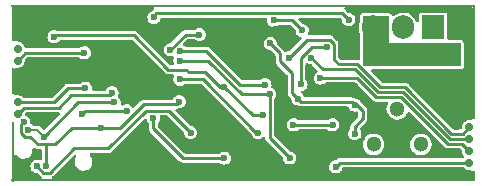
<source format=gbl>
G04 #@! TF.GenerationSoftware,KiCad,Pcbnew,(6.0.5)*
G04 #@! TF.CreationDate,2022-06-19T11:04:54+03:00*
G04 #@! TF.ProjectId,hellen1-wbo,68656c6c-656e-4312-9d77-626f2e6b6963,0.3*
G04 #@! TF.SameCoordinates,PX4a19ba0PY5aa5910*
G04 #@! TF.FileFunction,Copper,L2,Bot*
G04 #@! TF.FilePolarity,Positive*
%FSLAX46Y46*%
G04 Gerber Fmt 4.6, Leading zero omitted, Abs format (unit mm)*
G04 Created by KiCad (PCBNEW (6.0.5)) date 2022-06-19 11:04:54*
%MOMM*%
%LPD*%
G01*
G04 APERTURE LIST*
G04 #@! TA.AperFunction,ComponentPad*
%ADD10C,1.300000*%
G04 #@! TD*
G04 #@! TA.AperFunction,ComponentPad*
%ADD11C,0.700000*%
G04 #@! TD*
G04 #@! TA.AperFunction,SMDPad,CuDef*
%ADD12R,39.250000X0.250000*%
G04 #@! TD*
G04 #@! TA.AperFunction,SMDPad,CuDef*
%ADD13R,0.250000X5.050000*%
G04 #@! TD*
G04 #@! TA.AperFunction,SMDPad,CuDef*
%ADD14R,0.250000X2.250000*%
G04 #@! TD*
G04 #@! TA.AperFunction,SMDPad,CuDef*
%ADD15R,0.250000X0.950000*%
G04 #@! TD*
G04 #@! TA.AperFunction,SMDPad,CuDef*
%ADD16R,0.250000X9.750000*%
G04 #@! TD*
G04 #@! TA.AperFunction,SMDPad,CuDef*
%ADD17R,0.250000X3.100000*%
G04 #@! TD*
G04 #@! TA.AperFunction,ComponentPad*
%ADD18R,1.905000X2.000000*%
G04 #@! TD*
G04 #@! TA.AperFunction,ComponentPad*
%ADD19O,1.905000X2.000000*%
G04 #@! TD*
G04 #@! TA.AperFunction,ViaPad*
%ADD20C,0.600000*%
G04 #@! TD*
G04 #@! TA.AperFunction,Conductor*
%ADD21C,0.250000*%
G04 #@! TD*
G04 #@! TA.AperFunction,Conductor*
%ADD22C,0.203200*%
G04 #@! TD*
G04 APERTURE END LIST*
D10*
G04 #@! TO.P,Q600,2,D*
G04 #@! TO.N,/LSU_H+*
X30700000Y3200000D03*
X34700000Y3200000D03*
X32700000Y6200000D03*
G04 #@! TD*
D11*
G04 #@! TO.P,M600,E1,LSU_Un*
G04 #@! TO.N,/LSU_Un*
X38800000Y1650000D03*
G04 #@! TO.P,M600,E2,LSU_Vm*
G04 #@! TO.N,/LSU_Vm*
X38800000Y2650000D03*
G04 #@! TO.P,M600,E3,LSU_Ip*
G04 #@! TO.N,/LSU_Ip*
X38800000Y3650000D03*
G04 #@! TO.P,M600,E4,LSU_Rtrim*
G04 #@! TO.N,/LSU_Rtrim*
X38800000Y4650000D03*
D12*
G04 #@! TO.P,M600,G,GND*
G04 #@! TO.N,GND*
X19675000Y175000D03*
D13*
X175000Y2575000D03*
D14*
X175000Y8525000D03*
D15*
X39175000Y525000D03*
D16*
X39175000Y10175000D03*
D17*
X175000Y13500000D03*
D12*
X19675000Y14925000D03*
D11*
G04 #@! TO.P,M600,W1,V5_IN*
G04 #@! TO.N,+5V*
X550000Y11300000D03*
G04 #@! TO.P,M600,W2,CAN_VIO*
G04 #@! TO.N,+3V3*
X550000Y10300000D03*
G04 #@! TO.P,M600,W3,CAN_RX*
G04 #@! TO.N,/CAN_RX*
X550000Y6750000D03*
G04 #@! TO.P,M600,W4,CAN_TX*
G04 #@! TO.N,/CAN_TX*
X550000Y5750000D03*
G04 #@! TD*
D18*
G04 #@! TO.P,Q601,1,G*
G04 #@! TO.N,Net-(Q600-Pad1)*
X35740000Y13100000D03*
D19*
G04 #@! TO.P,Q601,2,D*
G04 #@! TO.N,/LSU_H+*
X33200000Y13100000D03*
G04 #@! TO.P,Q601,3,S*
G04 #@! TO.N,/LSU_H-*
X30660000Y13100000D03*
G04 #@! TD*
D20*
G04 #@! TO.N,GND*
X37700000Y2400000D03*
X37800000Y4700000D03*
X24300000Y6150000D03*
X29100000Y8150000D03*
X7600000Y1950000D03*
X650000Y9400000D03*
X36200000Y800000D03*
X29100000Y14500000D03*
X28600000Y10700000D03*
X35900000Y14564602D03*
X9200000Y8450000D03*
X18550000Y13250000D03*
X22450000Y12950000D03*
X15850000Y1300000D03*
X6950000Y14450000D03*
X17100000Y550000D03*
X700000Y700000D03*
X23300000Y550000D03*
X3650000Y10000000D03*
X29200000Y2500000D03*
X11200000Y7400000D03*
X31600000Y9100000D03*
X6800000Y600000D03*
X17050000Y6800000D03*
X38700000Y14500000D03*
X29200000Y700000D03*
X26250000Y1800000D03*
X500000Y12200000D03*
X29133089Y5566911D03*
X5050000Y900000D03*
X600000Y7650000D03*
X9400000Y14000000D03*
X10000000Y10200000D03*
X17250000Y11350000D03*
X15200000Y3350000D03*
X18400000Y2800000D03*
X3600000Y5700000D03*
X10150000Y600000D03*
X13650000Y7750000D03*
X11800000Y10000000D03*
X7750000Y13500000D03*
X13150000Y800000D03*
X38850000Y550000D03*
X4100000Y13450000D03*
X3574000Y7577000D03*
X36200000Y2400000D03*
X450000Y14600000D03*
X1650000Y13350000D03*
G04 #@! TO.N,/LSU_Rtrim*
X23550000Y10550000D03*
G04 #@! TO.N,/LSU_Un*
X27500000Y1300000D03*
G04 #@! TO.N,/LSU_Vm*
X14300000Y10300000D03*
X26186000Y8817000D03*
X21900000Y7450000D03*
X23600000Y2050000D03*
G04 #@! TO.N,/LSU_Ip*
X25400000Y10550000D03*
G04 #@! TO.N,+3V3*
X29107000Y6531000D03*
X21950000Y11750000D03*
X29107000Y4100000D03*
X24300000Y7050000D03*
X2200000Y1350000D03*
X15200000Y4200000D03*
X6200000Y10950000D03*
G04 #@! TO.N,/nRESET*
X14240000Y6810000D03*
X3000000Y1400000D03*
X1059400Y5114322D03*
X7650000Y4600000D03*
G04 #@! TO.N,/Vm*
X24550000Y8300000D03*
X14300000Y11100000D03*
X21500000Y8250000D03*
X26750000Y11450000D03*
G04 #@! TO.N,/Un_sense*
X20900000Y4200000D03*
X14298800Y8715400D03*
G04 #@! TO.N,/Ip_dac*
X13486000Y11204600D03*
X15950000Y12500000D03*
G04 #@! TO.N,/Nernst_esr_drive*
X18050000Y2036592D03*
X12050000Y5400000D03*
G04 #@! TO.N,/CAN_TX*
X8550096Y7561538D03*
G04 #@! TO.N,/CAN_RX*
X6300000Y7959900D03*
G04 #@! TO.N,/heater_pwm*
X28600000Y13750000D03*
X12100000Y13950000D03*
G04 #@! TO.N,/Boot0*
X9800000Y6050000D03*
X6050000Y5800000D03*
G04 #@! TO.N,Net-(R613-Pad1)*
X24650000Y12850000D03*
X22250000Y13700000D03*
G04 #@! TO.N,/SWDIO*
X8750000Y6750000D03*
X1434289Y4435017D03*
X2800000Y3850000D03*
G04 #@! TO.N,VDDA*
X3640000Y12310000D03*
X18058000Y8055000D03*
X23900000Y4850000D03*
X21300000Y5650000D03*
X27227400Y4854600D03*
G04 #@! TO.N,/LSU_H-*
X36600000Y11200000D03*
X36600000Y10200000D03*
X37600000Y10200000D03*
X37600000Y11200000D03*
G04 #@! TD*
D21*
G04 #@! TO.N,+3V3*
X29319000Y6531000D02*
X29107000Y6531000D01*
X29800000Y6050000D02*
X29319000Y6531000D01*
X29800000Y5400000D02*
X29800000Y6050000D01*
X29107000Y4707000D02*
X29800000Y5400000D01*
X29107000Y4100000D02*
X29107000Y4707000D01*
G04 #@! TO.N,/LSU_Vm*
X30913638Y7200000D02*
X29296638Y8817000D01*
X33028812Y7200000D02*
X30913638Y7200000D01*
X36993431Y3235380D02*
X33028812Y7200000D01*
X29296638Y8817000D02*
X26186000Y8817000D01*
X38214620Y3235380D02*
X36993431Y3235380D01*
X38800000Y2650000D02*
X38214620Y3235380D01*
G04 #@! TO.N,/LSU_Ip*
X29150000Y9550000D02*
X26400000Y9550000D01*
X31085380Y7614620D02*
X29150000Y9550000D01*
X33200553Y7614620D02*
X31085380Y7614620D01*
X26400000Y9550000D02*
X25400000Y10550000D01*
X38800000Y3650000D02*
X37165173Y3650000D01*
X37165173Y3650000D02*
X33200553Y7614620D01*
G04 #@! TO.N,/LSU_Rtrim*
X25040111Y12040111D02*
X23550000Y10550000D01*
X26993726Y12040111D02*
X25040111Y12040111D01*
X27339611Y11694226D02*
X26993726Y12040111D01*
X27735380Y9964620D02*
X27339611Y10360389D01*
X27339611Y10360389D02*
X27339611Y11694226D01*
X29321741Y9964620D02*
X27735380Y9964620D01*
X33372294Y8029240D02*
X31257121Y8029240D01*
X37291145Y4110389D02*
X33372294Y8029240D01*
X38260389Y4110389D02*
X37291145Y4110389D01*
X31257121Y8029240D02*
X29321741Y9964620D01*
X38800000Y4650000D02*
X38260389Y4110389D01*
G04 #@! TO.N,/LSU_Un*
X27850000Y1650000D02*
X38800000Y1650000D01*
X27500000Y1300000D02*
X27850000Y1650000D01*
G04 #@! TO.N,/LSU_Vm*
X21900000Y3750000D02*
X21900000Y7450000D01*
X19536365Y7450000D02*
X16686365Y10300000D01*
X16686365Y10300000D02*
X14300000Y10300000D01*
X21900000Y7450000D02*
X19536365Y7450000D01*
X23600000Y2050000D02*
X21900000Y3750000D01*
G04 #@! TO.N,+3V3*
X23800000Y9225000D02*
X22800000Y10225000D01*
X2200000Y1350000D02*
X2739611Y810389D01*
X22800000Y10900000D02*
X21950000Y11750000D01*
X11450000Y6050000D02*
X13350000Y6050000D01*
X6200000Y10950000D02*
X1200000Y10950000D01*
X3283754Y810389D02*
X5323365Y2850000D01*
X22800000Y10225000D02*
X22800000Y10900000D01*
X23800000Y7562932D02*
X23800000Y9225000D01*
X13350000Y6050000D02*
X15200000Y4200000D01*
X24550000Y6800000D02*
X28838000Y6800000D01*
X2739611Y810389D02*
X3283754Y810389D01*
X5323365Y2850000D02*
X8250000Y2850000D01*
X28838000Y6800000D02*
X29107000Y6531000D01*
X24300000Y7062932D02*
X23800000Y7562932D01*
X8250000Y2850000D02*
X11450000Y6050000D01*
X24300000Y7050000D02*
X24550000Y6800000D01*
X24300000Y7050000D02*
X24300000Y7062932D01*
X1200000Y10950000D02*
X550000Y10300000D01*
G04 #@! TO.N,/nRESET*
X1620250Y3845406D02*
X2265656Y3200000D01*
X14020000Y6590000D02*
X11240000Y6590000D01*
X3750000Y3200000D02*
X5150000Y4600000D01*
X844678Y4152003D02*
X1151275Y3845406D01*
X1059400Y5114322D02*
X844678Y4899600D01*
X1151275Y3845406D02*
X1620250Y3845406D01*
X14240000Y6810000D02*
X14020000Y6590000D01*
X5150000Y4600000D02*
X7650000Y4600000D01*
X844678Y4899600D02*
X844678Y4152003D01*
X9250000Y4600000D02*
X7650000Y4600000D01*
X11240000Y6590000D02*
X9250000Y4600000D01*
X2265656Y3200000D02*
X3750000Y3200000D01*
X3000000Y1400000D02*
X3000000Y3200000D01*
G04 #@! TO.N,/Vm*
X24550000Y10550000D02*
X25450000Y11450000D01*
X24550000Y8300000D02*
X24550000Y10550000D01*
X16550000Y11100000D02*
X14300000Y11100000D01*
X19400000Y8250000D02*
X16550000Y11100000D01*
X25450000Y11450000D02*
X26750000Y11450000D01*
X21500000Y8250000D02*
X19400000Y8250000D01*
G04 #@! TO.N,/Un_sense*
X16259600Y8715400D02*
X20775000Y4200000D01*
X14298800Y8715400D02*
X16259600Y8715400D01*
X20775000Y4200000D02*
X20900000Y4200000D01*
G04 #@! TO.N,/Ip_dac*
X14781400Y12500000D02*
X15950000Y12500000D01*
X13486000Y11204600D02*
X14781400Y12500000D01*
G04 #@! TO.N,/Nernst_esr_drive*
X12050000Y4550000D02*
X14563408Y2036592D01*
X14563408Y2036592D02*
X18050000Y2036592D01*
X12050000Y5400000D02*
X12050000Y4550000D01*
G04 #@! TO.N,/CAN_TX*
X4050000Y6300000D02*
X1100000Y6300000D01*
X8550096Y7550096D02*
X8369789Y7369789D01*
X5119789Y7369789D02*
X4050000Y6300000D01*
X1100000Y6300000D02*
X550000Y5750000D01*
X8369789Y7369789D02*
X5119789Y7369789D01*
X8550096Y7561538D02*
X8550096Y7550096D01*
G04 #@! TO.N,/CAN_RX*
X6300000Y7959900D02*
X4830265Y7959900D01*
X3620365Y6750000D02*
X550000Y6750000D01*
X4830265Y7959900D02*
X3620365Y6750000D01*
G04 #@! TO.N,/heater_pwm*
X12290111Y14290111D02*
X12100000Y14100000D01*
X12100000Y14100000D02*
X12100000Y13950000D01*
X28059889Y14290111D02*
X12290111Y14290111D01*
X28600000Y13750000D02*
X28059889Y14290111D01*
G04 #@! TO.N,/Boot0*
X9800000Y6050000D02*
X6300000Y6050000D01*
X6300000Y6050000D02*
X6050000Y5800000D01*
G04 #@! TO.N,Net-(R613-Pad1)*
X23800000Y13700000D02*
X22250000Y13700000D01*
X24650000Y12850000D02*
X23800000Y13700000D01*
G04 #@! TO.N,/SWDIO*
X5700000Y6750000D02*
X2800000Y3850000D01*
X8750000Y6750000D02*
X5700000Y6750000D01*
D22*
X2214983Y4435017D02*
X2800000Y3850000D01*
X1434289Y4435017D02*
X2214983Y4435017D01*
D21*
G04 #@! TO.N,VDDA*
X14857600Y9528200D02*
X15035400Y9350400D01*
X13409800Y9528200D02*
X13528200Y9528200D01*
X3640000Y12310000D02*
X3770111Y12440111D01*
X10409889Y12440111D02*
X13321800Y9528200D01*
X20463000Y5650000D02*
X18058000Y8055000D01*
X16432400Y9350400D02*
X17727800Y8055000D01*
X17727800Y8055000D02*
X18058000Y8055000D01*
X3770111Y12440111D02*
X10409889Y12440111D01*
X23904600Y4854600D02*
X27227400Y4854600D01*
X13321800Y9528200D02*
X13528200Y9528200D01*
X23900000Y4850000D02*
X23904600Y4854600D01*
X13528200Y9528200D02*
X14857600Y9528200D01*
X21300000Y5650000D02*
X20463000Y5650000D01*
X15035400Y9350400D02*
X16432400Y9350400D01*
G04 #@! TD*
G04 #@! TA.AperFunction,Conductor*
G04 #@! TO.N,GND*
G36*
X12084594Y14825498D02*
G01*
X12131087Y14771842D01*
X12141191Y14701568D01*
X12111697Y14636988D01*
X12081726Y14614099D01*
X12082681Y14612620D01*
X12076027Y14608324D01*
X12068880Y14604892D01*
X12064604Y14601298D01*
X12062664Y14599358D01*
X12060752Y14597604D01*
X12060663Y14597556D01*
X12060551Y14597679D01*
X12060015Y14597206D01*
X12054297Y14594121D01*
X12047230Y14586476D01*
X12017695Y14554525D01*
X12014265Y14550959D01*
X11970046Y14506740D01*
X11929170Y14479427D01*
X11820358Y14434355D01*
X11813807Y14429328D01*
X11712583Y14351656D01*
X11704526Y14345474D01*
X11699503Y14338928D01*
X11694875Y14332897D01*
X11615645Y14229642D01*
X11612486Y14222016D01*
X11612485Y14222014D01*
X11594460Y14178497D01*
X11559772Y14094754D01*
X11558695Y14086570D01*
X11558694Y14086568D01*
X11555595Y14063026D01*
X11540715Y13950000D01*
X11541793Y13941812D01*
X11556692Y13828643D01*
X11559772Y13805246D01*
X11615645Y13670358D01*
X11704526Y13554526D01*
X11711076Y13549500D01*
X11711079Y13549497D01*
X11804274Y13477986D01*
X11820357Y13465645D01*
X11955246Y13409772D01*
X12100000Y13390715D01*
X12108188Y13391793D01*
X12236566Y13408694D01*
X12244754Y13409772D01*
X12379643Y13465645D01*
X12395726Y13477986D01*
X12488921Y13549497D01*
X12488924Y13549500D01*
X12495474Y13554526D01*
X12584355Y13670358D01*
X12596634Y13700000D01*
X12637068Y13797617D01*
X12637069Y13797620D01*
X12640228Y13805246D01*
X12641306Y13813433D01*
X12642321Y13817222D01*
X12679272Y13877845D01*
X12743133Y13908866D01*
X12764028Y13910611D01*
X21574767Y13910611D01*
X21642888Y13890609D01*
X21689381Y13836953D01*
X21699689Y13768165D01*
X21690715Y13700000D01*
X21691793Y13691812D01*
X21705360Y13588762D01*
X21709772Y13555246D01*
X21712931Y13547620D01*
X21747648Y13463807D01*
X21765645Y13420358D01*
X21788391Y13390715D01*
X21835496Y13329327D01*
X21854526Y13304526D01*
X21861076Y13299500D01*
X21861079Y13299497D01*
X21951261Y13230298D01*
X21970357Y13215645D01*
X22105246Y13159772D01*
X22250000Y13140715D01*
X22258188Y13141793D01*
X22386566Y13158694D01*
X22394754Y13159772D01*
X22529643Y13215645D01*
X22632360Y13294463D01*
X22698578Y13320063D01*
X22709062Y13320500D01*
X23590616Y13320500D01*
X23658737Y13300498D01*
X23679711Y13283595D01*
X24057046Y12906260D01*
X24091072Y12843948D01*
X24092871Y12833620D01*
X24099591Y12782577D01*
X24107851Y12719840D01*
X24109772Y12705246D01*
X24112931Y12697620D01*
X24160123Y12583690D01*
X24165645Y12570358D01*
X24254526Y12454526D01*
X24261076Y12449500D01*
X24261079Y12449497D01*
X24363615Y12370818D01*
X24370357Y12365645D01*
X24505246Y12309772D01*
X24508518Y12309341D01*
X24567179Y12273586D01*
X24598201Y12209726D01*
X24589773Y12139231D01*
X24563041Y12099735D01*
X23606260Y11142954D01*
X23543948Y11108928D01*
X23533620Y11107129D01*
X23467554Y11098431D01*
X23413432Y11091306D01*
X23413430Y11091305D01*
X23405246Y11090228D01*
X23397617Y11087068D01*
X23285566Y11040655D01*
X23214977Y11033066D01*
X23151490Y11064845D01*
X23123765Y11102522D01*
X23118213Y11114084D01*
X23114781Y11121231D01*
X23111187Y11125507D01*
X23109247Y11127447D01*
X23107493Y11129359D01*
X23107445Y11129448D01*
X23107568Y11129560D01*
X23107095Y11130096D01*
X23104010Y11135814D01*
X23064413Y11172417D01*
X23060848Y11175846D01*
X22542954Y11693740D01*
X22508928Y11756052D01*
X22507127Y11766389D01*
X22506527Y11770952D01*
X22493936Y11866592D01*
X22491306Y11886568D01*
X22491305Y11886570D01*
X22490228Y11894754D01*
X22463296Y11959772D01*
X22437515Y12022014D01*
X22437514Y12022016D01*
X22434355Y12029642D01*
X22379985Y12100498D01*
X22350501Y12138923D01*
X22350500Y12138924D01*
X22345474Y12145474D01*
X22338924Y12150500D01*
X22338921Y12150503D01*
X22236196Y12229327D01*
X22236194Y12229328D01*
X22229643Y12234355D01*
X22094754Y12290228D01*
X21950000Y12309285D01*
X21941812Y12308207D01*
X21813432Y12291306D01*
X21813430Y12291305D01*
X21805246Y12290228D01*
X21765069Y12273586D01*
X21677986Y12237515D01*
X21677984Y12237514D01*
X21670358Y12234355D01*
X21554526Y12145474D01*
X21465645Y12029642D01*
X21462486Y12022016D01*
X21462485Y12022014D01*
X21436704Y11959772D01*
X21409772Y11894754D01*
X21408695Y11886570D01*
X21408694Y11886568D01*
X21396267Y11792173D01*
X21390715Y11750000D01*
X21409772Y11605246D01*
X21422788Y11573823D01*
X21461888Y11479429D01*
X21465645Y11470358D01*
X21490846Y11437515D01*
X21546191Y11365389D01*
X21554526Y11354526D01*
X21561076Y11349500D01*
X21561079Y11349497D01*
X21663804Y11270673D01*
X21670357Y11265645D01*
X21805246Y11209772D01*
X21933612Y11192872D01*
X21998538Y11164151D01*
X22006260Y11157046D01*
X22383595Y10779711D01*
X22417621Y10717399D01*
X22420500Y10690616D01*
X22420500Y10278920D01*
X22417951Y10254972D01*
X22417872Y10253307D01*
X22415680Y10243124D01*
X22416904Y10232783D01*
X22419627Y10209777D01*
X22419977Y10203846D01*
X22420072Y10203854D01*
X22420500Y10198676D01*
X22420500Y10193476D01*
X22421354Y10188347D01*
X22421354Y10188344D01*
X22423669Y10174435D01*
X22424506Y10168557D01*
X22427986Y10139157D01*
X22430530Y10117659D01*
X22434493Y10109407D01*
X22435996Y10100374D01*
X22440943Y10091205D01*
X22440944Y10091203D01*
X22460334Y10055268D01*
X22463031Y10049975D01*
X22481785Y10010918D01*
X22481788Y10010914D01*
X22485219Y10003768D01*
X22488814Y9999492D01*
X22490737Y9997569D01*
X22492509Y9995637D01*
X22492552Y9995558D01*
X22492428Y9995445D01*
X22492904Y9994905D01*
X22495990Y9989186D01*
X22503635Y9982119D01*
X22535586Y9952584D01*
X22539152Y9949154D01*
X23383595Y9104711D01*
X23417621Y9042399D01*
X23420500Y9015616D01*
X23420500Y7616852D01*
X23417951Y7592904D01*
X23417872Y7591239D01*
X23415680Y7581056D01*
X23416904Y7570715D01*
X23419627Y7547709D01*
X23419977Y7541778D01*
X23420072Y7541786D01*
X23420500Y7536608D01*
X23420500Y7531408D01*
X23421354Y7526279D01*
X23421354Y7526276D01*
X23423669Y7512367D01*
X23424506Y7506489D01*
X23430530Y7455591D01*
X23434493Y7447339D01*
X23435996Y7438306D01*
X23440943Y7429137D01*
X23440944Y7429135D01*
X23460334Y7393200D01*
X23463031Y7387907D01*
X23481785Y7348850D01*
X23481788Y7348846D01*
X23485219Y7341700D01*
X23488814Y7337424D01*
X23490737Y7335501D01*
X23492509Y7333569D01*
X23492552Y7333490D01*
X23492428Y7333377D01*
X23492904Y7332837D01*
X23495990Y7327118D01*
X23503635Y7320051D01*
X23535586Y7290516D01*
X23539152Y7287086D01*
X23705085Y7121153D01*
X23739111Y7058841D01*
X23740912Y7048504D01*
X23757840Y6919923D01*
X23759772Y6905246D01*
X23764426Y6894010D01*
X23810838Y6781964D01*
X23815645Y6770358D01*
X23860086Y6712442D01*
X23887613Y6676568D01*
X23904526Y6654526D01*
X23911076Y6649500D01*
X23911079Y6649497D01*
X23992438Y6587068D01*
X24020357Y6565645D01*
X24155246Y6509772D01*
X24163434Y6508694D01*
X24300000Y6490715D01*
X24299550Y6487296D01*
X24346849Y6473407D01*
X24347344Y6474308D01*
X24351427Y6472063D01*
X24352354Y6471791D01*
X24353808Y6470754D01*
X24356468Y6469292D01*
X24364647Y6462844D01*
X24373284Y6459811D01*
X24380734Y6454487D01*
X24390710Y6451503D01*
X24390711Y6451503D01*
X24394055Y6450503D01*
X24429849Y6439798D01*
X24435486Y6437966D01*
X24476367Y6423610D01*
X24483851Y6420982D01*
X24489416Y6420500D01*
X24492124Y6420500D01*
X24494758Y6420386D01*
X24494856Y6420357D01*
X24494849Y6420193D01*
X24495553Y6420149D01*
X24501778Y6418287D01*
X24555635Y6420403D01*
X24560582Y6420500D01*
X28468393Y6420500D01*
X28536514Y6400498D01*
X28584802Y6342718D01*
X28615018Y6269772D01*
X28622645Y6251358D01*
X28654325Y6210072D01*
X28693627Y6158853D01*
X28711526Y6135526D01*
X28718076Y6130500D01*
X28718079Y6130497D01*
X28820804Y6051673D01*
X28827357Y6046645D01*
X28962246Y5990772D01*
X28970434Y5989694D01*
X28987753Y5987414D01*
X29107000Y5971715D01*
X29115188Y5972793D01*
X29216092Y5986077D01*
X29251754Y5990772D01*
X29252196Y5987414D01*
X29307452Y5986077D01*
X29358136Y5955170D01*
X29383595Y5929711D01*
X29417621Y5867399D01*
X29420500Y5840616D01*
X29420500Y5609384D01*
X29400498Y5541263D01*
X29383595Y5520289D01*
X28876784Y5013478D01*
X28858036Y4998336D01*
X28856811Y4997221D01*
X28848060Y4991571D01*
X28841613Y4983393D01*
X28841611Y4983391D01*
X28827271Y4965200D01*
X28823325Y4960759D01*
X28823398Y4960697D01*
X28820039Y4956733D01*
X28816362Y4953056D01*
X28805108Y4937308D01*
X28801602Y4932638D01*
X28769844Y4892353D01*
X28766812Y4883719D01*
X28761486Y4876266D01*
X28758501Y4866285D01*
X28746799Y4827156D01*
X28744964Y4821508D01*
X28732513Y4786052D01*
X28727982Y4773149D01*
X28727500Y4767584D01*
X28727500Y4764876D01*
X28727386Y4762242D01*
X28727357Y4762144D01*
X28727193Y4762151D01*
X28727149Y4761447D01*
X28725287Y4755222D01*
X28725696Y4744817D01*
X28727403Y4701365D01*
X28727500Y4696418D01*
X28727500Y4559064D01*
X28707498Y4490943D01*
X28701463Y4482360D01*
X28679776Y4454097D01*
X28622645Y4379642D01*
X28619486Y4372016D01*
X28619485Y4372014D01*
X28593704Y4309772D01*
X28566772Y4244754D01*
X28565695Y4236570D01*
X28565694Y4236568D01*
X28559802Y4191812D01*
X28547715Y4100000D01*
X28548793Y4091812D01*
X28563559Y3979654D01*
X28566772Y3955246D01*
X28583937Y3913807D01*
X28617156Y3833610D01*
X28622645Y3820358D01*
X28662726Y3768124D01*
X28704760Y3713344D01*
X28711526Y3704526D01*
X28718076Y3699500D01*
X28718079Y3699497D01*
X28820804Y3620673D01*
X28827357Y3615645D01*
X28962246Y3559772D01*
X28970434Y3558694D01*
X29014756Y3552859D01*
X29107000Y3540715D01*
X29115188Y3541793D01*
X29115371Y3541817D01*
X29199244Y3552859D01*
X29243566Y3558694D01*
X29251754Y3559772D01*
X29386643Y3615645D01*
X29393196Y3620673D01*
X29495921Y3699497D01*
X29495924Y3699500D01*
X29502474Y3704526D01*
X29509241Y3713344D01*
X29551274Y3768124D01*
X29591355Y3820358D01*
X29596845Y3833610D01*
X29630063Y3913807D01*
X29647228Y3955246D01*
X29650442Y3979654D01*
X29665207Y4091812D01*
X29666285Y4100000D01*
X29654198Y4191812D01*
X29648306Y4236568D01*
X29648305Y4236570D01*
X29647228Y4244754D01*
X29620296Y4309772D01*
X29594515Y4372014D01*
X29594514Y4372016D01*
X29591355Y4379642D01*
X29539216Y4447591D01*
X29513616Y4513811D01*
X29527881Y4583360D01*
X29550084Y4613390D01*
X30030216Y5093522D01*
X30048964Y5108664D01*
X30050189Y5109779D01*
X30058940Y5115429D01*
X30065387Y5123607D01*
X30065389Y5123609D01*
X30079729Y5141800D01*
X30083675Y5146241D01*
X30083602Y5146303D01*
X30086961Y5150267D01*
X30090638Y5153944D01*
X30101892Y5169692D01*
X30105398Y5174362D01*
X30137156Y5214647D01*
X30140188Y5223281D01*
X30145514Y5230734D01*
X30160203Y5279850D01*
X30162036Y5285492D01*
X30176390Y5326367D01*
X30176390Y5326368D01*
X30179018Y5333851D01*
X30179500Y5339416D01*
X30179500Y5342124D01*
X30179614Y5344758D01*
X30179643Y5344856D01*
X30179807Y5344849D01*
X30179851Y5345553D01*
X30181713Y5351778D01*
X30179597Y5405635D01*
X30179500Y5410582D01*
X30179500Y5996075D01*
X30182050Y6020033D01*
X30182128Y6021692D01*
X30184321Y6031876D01*
X30183097Y6042218D01*
X30183097Y6042221D01*
X30180374Y6065221D01*
X30180024Y6071152D01*
X30179928Y6071144D01*
X30179500Y6076320D01*
X30179500Y6081524D01*
X30176327Y6100588D01*
X30175496Y6106434D01*
X30172786Y6129328D01*
X30169470Y6157341D01*
X30165507Y6165593D01*
X30164004Y6174626D01*
X30142938Y6213669D01*
X30139666Y6219732D01*
X30136969Y6225025D01*
X30118215Y6264081D01*
X30118214Y6264082D01*
X30114781Y6271232D01*
X30111187Y6275507D01*
X30109262Y6277432D01*
X30107491Y6279362D01*
X30107445Y6279447D01*
X30107568Y6279559D01*
X30107096Y6280094D01*
X30104010Y6285814D01*
X30064413Y6322417D01*
X30060848Y6325846D01*
X29625478Y6761216D01*
X29608721Y6781964D01*
X29604161Y6789026D01*
X29603571Y6789940D01*
X29603388Y6790084D01*
X29596669Y6799282D01*
X29594516Y6803011D01*
X29591355Y6810642D01*
X29533095Y6886568D01*
X29507501Y6919923D01*
X29507500Y6919924D01*
X29502474Y6926474D01*
X29495924Y6931500D01*
X29495921Y6931503D01*
X29393196Y7010327D01*
X29393194Y7010328D01*
X29386643Y7015355D01*
X29251754Y7071228D01*
X29112309Y7089586D01*
X29050752Y7115557D01*
X29023353Y7137156D01*
X29014719Y7140188D01*
X29007266Y7145514D01*
X28958150Y7160203D01*
X28952508Y7162036D01*
X28911633Y7176390D01*
X28911632Y7176390D01*
X28904149Y7179018D01*
X28898584Y7179500D01*
X28895876Y7179500D01*
X28893242Y7179614D01*
X28893144Y7179643D01*
X28893151Y7179807D01*
X28892447Y7179851D01*
X28886222Y7181713D01*
X28832365Y7179597D01*
X28827418Y7179500D01*
X24930737Y7179500D01*
X24862616Y7199502D01*
X24814328Y7257282D01*
X24787516Y7322011D01*
X24787516Y7322012D01*
X24784355Y7329642D01*
X24717489Y7416784D01*
X24700501Y7438923D01*
X24700500Y7438924D01*
X24695474Y7445474D01*
X24688924Y7450500D01*
X24688921Y7450503D01*
X24587083Y7528646D01*
X24545216Y7585984D01*
X24540994Y7656855D01*
X24575758Y7718758D01*
X24638471Y7752039D01*
X24647341Y7753530D01*
X24686566Y7758694D01*
X24694754Y7759772D01*
X24829643Y7815645D01*
X24836196Y7820673D01*
X24938921Y7899497D01*
X24938924Y7899500D01*
X24945474Y7904526D01*
X24964505Y7929327D01*
X25029328Y8013807D01*
X25034355Y8020358D01*
X25042850Y8040865D01*
X25087069Y8147620D01*
X25090228Y8155246D01*
X25092710Y8174094D01*
X25108207Y8291812D01*
X25109285Y8300000D01*
X25097398Y8390295D01*
X25091306Y8436568D01*
X25091305Y8436570D01*
X25090228Y8444754D01*
X25054583Y8530807D01*
X25037515Y8572014D01*
X25037514Y8572016D01*
X25034355Y8579642D01*
X24980750Y8649502D01*
X24955537Y8682360D01*
X24929937Y8748581D01*
X24929500Y8759064D01*
X24929500Y9958843D01*
X24949502Y10026964D01*
X25003158Y10073457D01*
X25073432Y10083561D01*
X25116383Y10068694D01*
X25120357Y10065645D01*
X25127984Y10062486D01*
X25127987Y10062484D01*
X25229689Y10020358D01*
X25255246Y10009772D01*
X25383612Y9992872D01*
X25448538Y9964151D01*
X25456260Y9957046D01*
X25921376Y9491930D01*
X25955402Y9429618D01*
X25950337Y9358803D01*
X25907790Y9301967D01*
X25907713Y9301916D01*
X25906358Y9301355D01*
X25790526Y9212474D01*
X25701645Y9096642D01*
X25698486Y9089016D01*
X25698485Y9089014D01*
X25668083Y9015616D01*
X25645772Y8961754D01*
X25626715Y8817000D01*
X25627793Y8808812D01*
X25641169Y8707212D01*
X25645772Y8672246D01*
X25659575Y8638923D01*
X25687857Y8570646D01*
X25701645Y8537358D01*
X25730213Y8500128D01*
X25776944Y8439227D01*
X25790526Y8421526D01*
X25797076Y8416500D01*
X25797079Y8416497D01*
X25899804Y8337673D01*
X25906357Y8332645D01*
X26041246Y8276772D01*
X26186000Y8257715D01*
X26194188Y8258793D01*
X26322566Y8275694D01*
X26330754Y8276772D01*
X26465643Y8332645D01*
X26568360Y8411463D01*
X26634578Y8437063D01*
X26645062Y8437500D01*
X29087254Y8437500D01*
X29155375Y8417498D01*
X29176349Y8400595D01*
X30607160Y6969784D01*
X30622302Y6951036D01*
X30623417Y6949811D01*
X30629067Y6941060D01*
X30637245Y6934613D01*
X30637247Y6934611D01*
X30655438Y6920271D01*
X30659882Y6916322D01*
X30659944Y6916396D01*
X30663901Y6913043D01*
X30667582Y6909362D01*
X30683292Y6898135D01*
X30688018Y6894587D01*
X30728285Y6862844D01*
X30736922Y6859811D01*
X30744372Y6854487D01*
X30754348Y6851503D01*
X30754349Y6851503D01*
X30769684Y6846917D01*
X30793487Y6839798D01*
X30799124Y6837966D01*
X30840005Y6823610D01*
X30847489Y6820982D01*
X30853054Y6820500D01*
X30855762Y6820500D01*
X30858396Y6820386D01*
X30858494Y6820357D01*
X30858487Y6820193D01*
X30859191Y6820149D01*
X30865416Y6818287D01*
X30919273Y6820403D01*
X30924220Y6820500D01*
X31795581Y6820500D01*
X31863702Y6800498D01*
X31910195Y6746842D01*
X31920299Y6676568D01*
X31904700Y6631500D01*
X31881494Y6591306D01*
X31869147Y6569920D01*
X31810392Y6389092D01*
X31809702Y6382531D01*
X31809702Y6382529D01*
X31791530Y6209626D01*
X31790518Y6200000D01*
X31791208Y6193435D01*
X31806108Y6051673D01*
X31810392Y6010908D01*
X31869147Y5830080D01*
X31872450Y5824358D01*
X31872451Y5824357D01*
X31878127Y5814526D01*
X31964214Y5665420D01*
X31968632Y5660513D01*
X31968633Y5660512D01*
X32061661Y5557194D01*
X32091438Y5524123D01*
X32245259Y5412365D01*
X32251287Y5409681D01*
X32251289Y5409680D01*
X32412924Y5337716D01*
X32418955Y5335031D01*
X32486504Y5320673D01*
X32598476Y5296872D01*
X32598480Y5296872D01*
X32604933Y5295500D01*
X32795067Y5295500D01*
X32801520Y5296872D01*
X32801524Y5296872D01*
X32913496Y5320673D01*
X32981045Y5335031D01*
X32987076Y5337716D01*
X33148711Y5409680D01*
X33148713Y5409681D01*
X33154741Y5412365D01*
X33308562Y5524123D01*
X33338339Y5557194D01*
X33431367Y5660512D01*
X33431368Y5660513D01*
X33435786Y5665420D01*
X33521873Y5814526D01*
X33527549Y5824357D01*
X33527550Y5824358D01*
X33530853Y5830080D01*
X33548535Y5884498D01*
X33588607Y5943103D01*
X33654004Y5970740D01*
X33723961Y5958633D01*
X33757462Y5934656D01*
X35226440Y4465677D01*
X36686953Y3005164D01*
X36702095Y2986416D01*
X36703210Y2985191D01*
X36708860Y2976440D01*
X36717038Y2969993D01*
X36717040Y2969991D01*
X36735231Y2955651D01*
X36739672Y2951705D01*
X36739734Y2951778D01*
X36743698Y2948419D01*
X36747375Y2944742D01*
X36763123Y2933488D01*
X36767793Y2929982D01*
X36808078Y2898224D01*
X36816712Y2895192D01*
X36824165Y2889866D01*
X36873281Y2875177D01*
X36878923Y2873344D01*
X36919798Y2858990D01*
X36927282Y2856362D01*
X36932847Y2855880D01*
X36935555Y2855880D01*
X36938189Y2855766D01*
X36938287Y2855737D01*
X36938280Y2855573D01*
X36938984Y2855529D01*
X36945209Y2853667D01*
X36999066Y2855783D01*
X37004013Y2855880D01*
X38005236Y2855880D01*
X38073357Y2835878D01*
X38094331Y2818975D01*
X38154842Y2758464D01*
X38188868Y2696152D01*
X38190105Y2666446D01*
X38191362Y2666446D01*
X38191362Y2658188D01*
X38190284Y2650000D01*
X38211060Y2492194D01*
X38214218Y2484570D01*
X38214219Y2484566D01*
X38268809Y2352773D01*
X38271970Y2345142D01*
X38276997Y2338591D01*
X38276998Y2338589D01*
X38358631Y2232204D01*
X38384232Y2165984D01*
X38369967Y2096435D01*
X38320366Y2045639D01*
X38258669Y2029500D01*
X27903920Y2029500D01*
X27879972Y2032049D01*
X27878307Y2032128D01*
X27868124Y2034320D01*
X27857783Y2033096D01*
X27834777Y2030373D01*
X27828846Y2030023D01*
X27828854Y2029928D01*
X27823676Y2029500D01*
X27818476Y2029500D01*
X27813347Y2028646D01*
X27813344Y2028646D01*
X27799435Y2026331D01*
X27793557Y2025494D01*
X27752999Y2020694D01*
X27752998Y2020694D01*
X27742659Y2019470D01*
X27734407Y2015507D01*
X27725374Y2014004D01*
X27716205Y2009057D01*
X27716203Y2009056D01*
X27680268Y1989666D01*
X27674976Y1986969D01*
X27628768Y1964781D01*
X27624493Y1961187D01*
X27622568Y1959262D01*
X27620638Y1957491D01*
X27620553Y1957445D01*
X27620441Y1957568D01*
X27619906Y1957096D01*
X27614186Y1954010D01*
X27607119Y1946365D01*
X27577584Y1914414D01*
X27574154Y1910848D01*
X27556260Y1892954D01*
X27493948Y1858928D01*
X27483620Y1857129D01*
X27417554Y1848431D01*
X27363432Y1841306D01*
X27363430Y1841305D01*
X27355246Y1840228D01*
X27307430Y1820422D01*
X27227986Y1787515D01*
X27227984Y1787514D01*
X27220358Y1784355D01*
X27104526Y1695474D01*
X27015645Y1579642D01*
X27012486Y1572016D01*
X27012485Y1572014D01*
X26986704Y1509772D01*
X26959772Y1444754D01*
X26958695Y1436570D01*
X26958694Y1436568D01*
X26946220Y1341812D01*
X26940715Y1300000D01*
X26959772Y1155246D01*
X26962931Y1147620D01*
X27011747Y1029769D01*
X27015645Y1020358D01*
X27043298Y984320D01*
X27070019Y949497D01*
X27104526Y904526D01*
X27111076Y899500D01*
X27111079Y899497D01*
X27155196Y865645D01*
X27220357Y815645D01*
X27355246Y759772D01*
X27500000Y740715D01*
X27508188Y741793D01*
X27636566Y758694D01*
X27644754Y759772D01*
X27779643Y815645D01*
X27844804Y865645D01*
X27888921Y899497D01*
X27888924Y899500D01*
X27895474Y904526D01*
X27929982Y949497D01*
X27956702Y984320D01*
X27984355Y1020358D01*
X27988254Y1029769D01*
X28037069Y1147620D01*
X28040228Y1155246D01*
X28041306Y1163432D01*
X28043443Y1171409D01*
X28045379Y1170890D01*
X28069695Y1225867D01*
X28128957Y1264962D01*
X28165900Y1270500D01*
X38267109Y1270500D01*
X38335230Y1250498D01*
X38357110Y1230370D01*
X38357998Y1231258D01*
X38363840Y1225416D01*
X38368866Y1218866D01*
X38375416Y1213840D01*
X38375419Y1213837D01*
X38488589Y1126998D01*
X38495142Y1121970D01*
X38502772Y1118810D01*
X38502773Y1118809D01*
X38634566Y1064219D01*
X38634570Y1064218D01*
X38642194Y1061060D01*
X38716882Y1051227D01*
X38782947Y1021529D01*
X38800000Y1006753D01*
X38800000Y1000000D01*
X38969500Y1000000D01*
X39037621Y979998D01*
X39084114Y926342D01*
X39095500Y874000D01*
X39095500Y380500D01*
X39075498Y312379D01*
X39021842Y265886D01*
X38969500Y254500D01*
X3556353Y254500D01*
X3488232Y274502D01*
X3441739Y328158D01*
X3431635Y398432D01*
X3461129Y463012D01*
X3492003Y486591D01*
X3491175Y487873D01*
X3497838Y492176D01*
X3504986Y495608D01*
X3509262Y499203D01*
X3511185Y501126D01*
X3513117Y502898D01*
X3513196Y502941D01*
X3513309Y502817D01*
X3513849Y503293D01*
X3519568Y506379D01*
X3556171Y545976D01*
X3559600Y549541D01*
X5322000Y2311941D01*
X5384312Y2345967D01*
X5455127Y2340902D01*
X5511963Y2298355D01*
X5536774Y2231835D01*
X5520049Y2159562D01*
X5447708Y2035017D01*
X5445587Y2028013D01*
X5445585Y2028009D01*
X5423173Y1954010D01*
X5397027Y1867682D01*
X5386201Y1693176D01*
X5387441Y1685960D01*
X5387441Y1685958D01*
X5392842Y1654526D01*
X5415810Y1520859D01*
X5418676Y1514125D01*
X5418676Y1514123D01*
X5434342Y1477307D01*
X5484267Y1359976D01*
X5587898Y1219157D01*
X5721146Y1105955D01*
X5876862Y1026442D01*
X5883967Y1024703D01*
X5883971Y1024702D01*
X5928497Y1013807D01*
X6046693Y984885D01*
X6052295Y984537D01*
X6052298Y984537D01*
X6055795Y984320D01*
X6055805Y984320D01*
X6057734Y984200D01*
X6183779Y984200D01*
X6275182Y994856D01*
X6306393Y998495D01*
X6306395Y998495D01*
X6313665Y999343D01*
X6320543Y1001839D01*
X6320545Y1001840D01*
X6471136Y1056502D01*
X6478015Y1058999D01*
X6624233Y1154864D01*
X6744475Y1281795D01*
X6748150Y1288122D01*
X6748153Y1288126D01*
X6828615Y1426653D01*
X6832292Y1432983D01*
X6835858Y1444754D01*
X6880851Y1593312D01*
X6882973Y1600318D01*
X6893799Y1774824D01*
X6892162Y1784355D01*
X6879657Y1857127D01*
X6864190Y1947141D01*
X6859753Y1957568D01*
X6798600Y2101287D01*
X6798599Y2101289D01*
X6795733Y2108024D01*
X6692102Y2248843D01*
X6686523Y2253583D01*
X6681875Y2258567D01*
X6650044Y2322028D01*
X6657576Y2392624D01*
X6702080Y2447941D01*
X6774024Y2470500D01*
X8196080Y2470500D01*
X8220028Y2467951D01*
X8221693Y2467872D01*
X8231876Y2465680D01*
X8242217Y2466904D01*
X8265223Y2469627D01*
X8271154Y2469977D01*
X8271146Y2470072D01*
X8276324Y2470500D01*
X8281524Y2470500D01*
X8286653Y2471354D01*
X8286656Y2471354D01*
X8300565Y2473669D01*
X8306443Y2474506D01*
X8347001Y2479306D01*
X8347002Y2479306D01*
X8357341Y2480530D01*
X8365593Y2484493D01*
X8374626Y2485996D01*
X8383795Y2490943D01*
X8383797Y2490944D01*
X8419732Y2510334D01*
X8425025Y2513031D01*
X8464082Y2531785D01*
X8464086Y2531788D01*
X8471232Y2535219D01*
X8475508Y2538814D01*
X8477431Y2540737D01*
X8479363Y2542509D01*
X8479442Y2542552D01*
X8479555Y2542428D01*
X8480095Y2542904D01*
X8485814Y2545990D01*
X8522417Y2585587D01*
X8525846Y2589152D01*
X11292129Y5355435D01*
X11354441Y5389461D01*
X11425256Y5384396D01*
X11482092Y5341849D01*
X11506146Y5282788D01*
X11509772Y5255246D01*
X11524066Y5220737D01*
X11545229Y5169647D01*
X11565645Y5120358D01*
X11570672Y5113807D01*
X11644463Y5017640D01*
X11670063Y4951419D01*
X11670500Y4940936D01*
X11670500Y4603920D01*
X11667951Y4579972D01*
X11667872Y4578307D01*
X11665680Y4568124D01*
X11666904Y4557783D01*
X11669627Y4534777D01*
X11669977Y4528846D01*
X11670072Y4528854D01*
X11670500Y4523676D01*
X11670500Y4518476D01*
X11671354Y4513347D01*
X11671354Y4513344D01*
X11673669Y4499435D01*
X11674506Y4493557D01*
X11679126Y4454526D01*
X11680530Y4442659D01*
X11684493Y4434407D01*
X11685996Y4425374D01*
X11690943Y4416205D01*
X11690944Y4416203D01*
X11710334Y4380268D01*
X11713031Y4374975D01*
X11731785Y4335918D01*
X11731788Y4335914D01*
X11735219Y4328768D01*
X11738814Y4324492D01*
X11740737Y4322569D01*
X11742509Y4320637D01*
X11742552Y4320558D01*
X11742428Y4320445D01*
X11742904Y4319905D01*
X11745990Y4314186D01*
X11753635Y4307119D01*
X11785586Y4277584D01*
X11789152Y4274154D01*
X14256930Y1806376D01*
X14272072Y1787628D01*
X14273187Y1786403D01*
X14278837Y1777652D01*
X14287015Y1771205D01*
X14287017Y1771203D01*
X14305208Y1756863D01*
X14309649Y1752917D01*
X14309711Y1752990D01*
X14313675Y1749631D01*
X14317352Y1745954D01*
X14333100Y1734700D01*
X14337770Y1731194D01*
X14378055Y1699436D01*
X14386689Y1696404D01*
X14394142Y1691078D01*
X14443258Y1676389D01*
X14448900Y1674556D01*
X14489775Y1660202D01*
X14497259Y1657574D01*
X14502824Y1657092D01*
X14505532Y1657092D01*
X14508166Y1656978D01*
X14508264Y1656949D01*
X14508257Y1656785D01*
X14508961Y1656741D01*
X14515186Y1654879D01*
X14569043Y1656995D01*
X14573990Y1657092D01*
X17590938Y1657092D01*
X17659059Y1637090D01*
X17667626Y1631066D01*
X17770357Y1552237D01*
X17905246Y1496364D01*
X17913434Y1495286D01*
X17948155Y1490715D01*
X18050000Y1477307D01*
X18058188Y1478385D01*
X18186566Y1495286D01*
X18194754Y1496364D01*
X18329643Y1552237D01*
X18336196Y1557265D01*
X18438921Y1636089D01*
X18438924Y1636092D01*
X18445474Y1641118D01*
X18451904Y1649497D01*
X18520526Y1738928D01*
X18534355Y1756950D01*
X18538731Y1767513D01*
X18587069Y1884212D01*
X18590228Y1891838D01*
X18592964Y1912615D01*
X18608207Y2028404D01*
X18609285Y2036592D01*
X18593096Y2159560D01*
X18591306Y2173160D01*
X18591305Y2173162D01*
X18590228Y2181346D01*
X18556069Y2263812D01*
X18537515Y2308606D01*
X18537514Y2308608D01*
X18534355Y2316234D01*
X18475739Y2392624D01*
X18450501Y2425515D01*
X18450500Y2425516D01*
X18445474Y2432066D01*
X18438924Y2437092D01*
X18438921Y2437095D01*
X18336196Y2515919D01*
X18336194Y2515920D01*
X18329643Y2520947D01*
X18194754Y2576820D01*
X18050000Y2595877D01*
X18041812Y2594799D01*
X17913432Y2577898D01*
X17913430Y2577897D01*
X17905246Y2576820D01*
X17857430Y2557014D01*
X17777986Y2524107D01*
X17777984Y2524106D01*
X17770358Y2520947D01*
X17760042Y2513031D01*
X17667640Y2442129D01*
X17601419Y2416529D01*
X17590936Y2416092D01*
X14772792Y2416092D01*
X14704671Y2436094D01*
X14683697Y2452997D01*
X12466405Y4670289D01*
X12432379Y4732601D01*
X12429500Y4759384D01*
X12429500Y4940936D01*
X12449502Y5009057D01*
X12455537Y5017640D01*
X12529328Y5113807D01*
X12534355Y5120358D01*
X12554772Y5169647D01*
X12575934Y5220737D01*
X12590228Y5255246D01*
X12593467Y5279844D01*
X12607583Y5387069D01*
X12609285Y5400000D01*
X12595693Y5503245D01*
X12592427Y5528054D01*
X12603367Y5598203D01*
X12650495Y5651301D01*
X12717349Y5670500D01*
X13140616Y5670500D01*
X13208737Y5650498D01*
X13229711Y5633595D01*
X14607046Y4256260D01*
X14641072Y4193948D01*
X14642871Y4183620D01*
X14647713Y4146842D01*
X14657513Y4072407D01*
X14659772Y4055246D01*
X14665791Y4040715D01*
X14711332Y3930771D01*
X14715645Y3920358D01*
X14753545Y3870966D01*
X14792378Y3820358D01*
X14804526Y3804526D01*
X14811076Y3799500D01*
X14811079Y3799497D01*
X14913804Y3720673D01*
X14920357Y3715645D01*
X15055246Y3659772D01*
X15200000Y3640715D01*
X15208188Y3641793D01*
X15336566Y3658694D01*
X15344754Y3659772D01*
X15479643Y3715645D01*
X15486196Y3720673D01*
X15588921Y3799497D01*
X15588924Y3799500D01*
X15595474Y3804526D01*
X15607623Y3820358D01*
X15646455Y3870966D01*
X15684355Y3920358D01*
X15688669Y3930771D01*
X15734209Y4040715D01*
X15740228Y4055246D01*
X15742488Y4072407D01*
X15758207Y4191812D01*
X15759285Y4200000D01*
X15747342Y4290715D01*
X15741306Y4336568D01*
X15741305Y4336570D01*
X15740228Y4344754D01*
X15701907Y4437269D01*
X15687515Y4472014D01*
X15687514Y4472016D01*
X15684355Y4479642D01*
X15619773Y4563807D01*
X15600501Y4588923D01*
X15600500Y4588924D01*
X15595474Y4595474D01*
X15588924Y4600500D01*
X15588921Y4600503D01*
X15486196Y4679327D01*
X15486194Y4679328D01*
X15479643Y4684355D01*
X15344754Y4740228D01*
X15216388Y4757128D01*
X15151462Y4785849D01*
X15143740Y4792954D01*
X13943369Y5993325D01*
X13909343Y6055637D01*
X13914408Y6126452D01*
X13956955Y6183288D01*
X14017650Y6207546D01*
X14035219Y6209626D01*
X14041154Y6209976D01*
X14041146Y6210072D01*
X14046324Y6210500D01*
X14051524Y6210500D01*
X14056653Y6211354D01*
X14056656Y6211354D01*
X14070565Y6213669D01*
X14076443Y6214506D01*
X14117001Y6219306D01*
X14117002Y6219306D01*
X14127341Y6220530D01*
X14135593Y6224493D01*
X14144626Y6225996D01*
X14153796Y6230944D01*
X14153799Y6230945D01*
X14164430Y6236681D01*
X14224261Y6251793D01*
X14231811Y6251793D01*
X14240000Y6250715D01*
X14248188Y6251793D01*
X14279081Y6255860D01*
X14384754Y6269772D01*
X14398600Y6275507D01*
X14488002Y6312539D01*
X14519643Y6325645D01*
X14538648Y6340228D01*
X14628921Y6409497D01*
X14628924Y6409500D01*
X14635474Y6414526D01*
X14642445Y6423610D01*
X14703979Y6503804D01*
X14724355Y6530358D01*
X14733902Y6553405D01*
X14773704Y6649497D01*
X14780228Y6665246D01*
X14799285Y6810000D01*
X14793307Y6855405D01*
X14781306Y6946568D01*
X14781305Y6946570D01*
X14780228Y6954754D01*
X14741395Y7048504D01*
X14727515Y7082014D01*
X14727514Y7082016D01*
X14724355Y7089642D01*
X14665453Y7166405D01*
X14640501Y7198923D01*
X14640500Y7198924D01*
X14635474Y7205474D01*
X14628924Y7210500D01*
X14628921Y7210503D01*
X14526196Y7289327D01*
X14526194Y7289328D01*
X14519643Y7294355D01*
X14384754Y7350228D01*
X14240000Y7369285D01*
X14231812Y7368207D01*
X14103432Y7351306D01*
X14103430Y7351305D01*
X14095246Y7350228D01*
X14052071Y7332344D01*
X13967986Y7297515D01*
X13967984Y7297514D01*
X13960358Y7294355D01*
X13844526Y7205474D01*
X13755645Y7089642D01*
X13752486Y7082016D01*
X13752481Y7082007D01*
X13738097Y7047281D01*
X13693549Y6992000D01*
X13621689Y6969500D01*
X11293920Y6969500D01*
X11269972Y6972049D01*
X11268307Y6972128D01*
X11258124Y6974320D01*
X11247783Y6973096D01*
X11224777Y6970373D01*
X11218846Y6970023D01*
X11218854Y6969928D01*
X11213676Y6969500D01*
X11208476Y6969500D01*
X11203347Y6968646D01*
X11203344Y6968646D01*
X11189435Y6966331D01*
X11183557Y6965494D01*
X11142999Y6960694D01*
X11142998Y6960694D01*
X11132659Y6959470D01*
X11124407Y6955507D01*
X11115374Y6954004D01*
X11106205Y6949057D01*
X11106203Y6949056D01*
X11070268Y6929666D01*
X11064975Y6926969D01*
X11025918Y6908215D01*
X11025914Y6908212D01*
X11018768Y6904781D01*
X11014492Y6901186D01*
X11012569Y6899263D01*
X11010637Y6897491D01*
X11010558Y6897448D01*
X11010445Y6897572D01*
X11009905Y6897096D01*
X11004186Y6894010D01*
X10997119Y6886365D01*
X10967584Y6854414D01*
X10964154Y6850848D01*
X10454806Y6341500D01*
X10392494Y6307474D01*
X10321679Y6312539D01*
X10265748Y6353891D01*
X10200501Y6438923D01*
X10200500Y6438924D01*
X10195474Y6445474D01*
X10188924Y6450500D01*
X10188921Y6450503D01*
X10086196Y6529327D01*
X10086194Y6529328D01*
X10079643Y6534355D01*
X9944754Y6590228D01*
X9800000Y6609285D01*
X9791812Y6608207D01*
X9663432Y6591306D01*
X9663430Y6591305D01*
X9655246Y6590228D01*
X9620035Y6575643D01*
X9527986Y6537515D01*
X9527984Y6537514D01*
X9520358Y6534355D01*
X9513809Y6529330D01*
X9513806Y6529328D01*
X9495318Y6515141D01*
X9429098Y6489540D01*
X9359549Y6503804D01*
X9308752Y6553405D01*
X9292836Y6622594D01*
X9293691Y6631549D01*
X9308207Y6741812D01*
X9309285Y6750000D01*
X9301386Y6810000D01*
X9291306Y6886568D01*
X9291305Y6886570D01*
X9290228Y6894754D01*
X9266377Y6952336D01*
X9237515Y7022014D01*
X9237514Y7022016D01*
X9234355Y7029642D01*
X9183289Y7096193D01*
X9150501Y7138923D01*
X9150500Y7138924D01*
X9145474Y7145474D01*
X9095051Y7184165D01*
X9053185Y7241502D01*
X9048964Y7312373D01*
X9055348Y7332344D01*
X9087164Y7409155D01*
X9090324Y7416784D01*
X9093158Y7438306D01*
X9108303Y7553350D01*
X9109381Y7561538D01*
X9102099Y7616852D01*
X9091402Y7698106D01*
X9091401Y7698108D01*
X9090324Y7706292D01*
X9045028Y7815645D01*
X9037611Y7833552D01*
X9037610Y7833554D01*
X9034451Y7841180D01*
X8980817Y7911077D01*
X8950597Y7950461D01*
X8950596Y7950462D01*
X8945570Y7957012D01*
X8939020Y7962038D01*
X8939017Y7962041D01*
X8836292Y8040865D01*
X8836290Y8040866D01*
X8829739Y8045893D01*
X8712875Y8094300D01*
X8702479Y8098606D01*
X8694850Y8101766D01*
X8668417Y8105246D01*
X8558284Y8119745D01*
X8550096Y8120823D01*
X8541908Y8119745D01*
X8413528Y8102844D01*
X8413526Y8102843D01*
X8405342Y8101766D01*
X8392552Y8096468D01*
X8278082Y8049053D01*
X8278080Y8049052D01*
X8270454Y8045893D01*
X8247117Y8027986D01*
X8169057Y7968088D01*
X8154622Y7957012D01*
X8065741Y7841180D01*
X8062580Y7833550D01*
X8062580Y7833549D01*
X8059895Y7827068D01*
X8015345Y7771788D01*
X7943487Y7749289D01*
X6975233Y7749289D01*
X6907112Y7769291D01*
X6860619Y7822947D01*
X6850311Y7891735D01*
X6858207Y7951712D01*
X6859285Y7959900D01*
X6851326Y8020358D01*
X6841306Y8096468D01*
X6841305Y8096470D01*
X6840228Y8104654D01*
X6784355Y8239542D01*
X6719255Y8324382D01*
X6700501Y8348823D01*
X6700500Y8348824D01*
X6695474Y8355374D01*
X6688924Y8360400D01*
X6688921Y8360403D01*
X6586196Y8439227D01*
X6586194Y8439228D01*
X6579643Y8444255D01*
X6444754Y8500128D01*
X6300000Y8519185D01*
X6291812Y8518107D01*
X6163432Y8501206D01*
X6163430Y8501205D01*
X6155246Y8500128D01*
X6107430Y8480322D01*
X6027986Y8447415D01*
X6027984Y8447414D01*
X6020358Y8444255D01*
X5990737Y8421526D01*
X5917640Y8365437D01*
X5851419Y8339837D01*
X5840936Y8339400D01*
X4884185Y8339400D01*
X4860237Y8341949D01*
X4858572Y8342028D01*
X4848389Y8344220D01*
X4838048Y8342996D01*
X4815042Y8340273D01*
X4809111Y8339923D01*
X4809119Y8339828D01*
X4803941Y8339400D01*
X4798741Y8339400D01*
X4793612Y8338546D01*
X4793609Y8338546D01*
X4779700Y8336231D01*
X4773822Y8335394D01*
X4733264Y8330594D01*
X4733263Y8330594D01*
X4722924Y8329370D01*
X4714672Y8325407D01*
X4705639Y8323904D01*
X4696470Y8318957D01*
X4696468Y8318956D01*
X4660533Y8299566D01*
X4655240Y8296869D01*
X4616183Y8278115D01*
X4616179Y8278112D01*
X4609033Y8274681D01*
X4604757Y8271086D01*
X4602834Y8269163D01*
X4600902Y8267391D01*
X4600823Y8267348D01*
X4600710Y8267472D01*
X4600170Y8266996D01*
X4594451Y8263910D01*
X4587384Y8256265D01*
X4557849Y8224314D01*
X4554419Y8220748D01*
X3500076Y7166405D01*
X3437764Y7132379D01*
X3410981Y7129500D01*
X1082891Y7129500D01*
X1014770Y7149502D01*
X992890Y7169630D01*
X992002Y7168742D01*
X986160Y7174584D01*
X981134Y7181134D01*
X974584Y7186160D01*
X974581Y7186163D01*
X861411Y7273002D01*
X861409Y7273003D01*
X854858Y7278030D01*
X828729Y7288853D01*
X715434Y7335781D01*
X715430Y7335782D01*
X707806Y7338940D01*
X633118Y7348773D01*
X567053Y7378471D01*
X550000Y7393247D01*
X550000Y7400000D01*
X380500Y7400000D01*
X312379Y7420002D01*
X265886Y7473658D01*
X254500Y7526000D01*
X254500Y9524000D01*
X274502Y9592121D01*
X328158Y9638614D01*
X380500Y9650000D01*
X550000Y9650000D01*
X550000Y9657794D01*
X550442Y9658304D01*
X610168Y9696688D01*
X629219Y9700714D01*
X646809Y9703029D01*
X699621Y9709982D01*
X699624Y9709983D01*
X707806Y9711060D01*
X715430Y9714218D01*
X715434Y9714219D01*
X847227Y9768809D01*
X847228Y9768810D01*
X854858Y9771970D01*
X981134Y9868866D01*
X1068037Y9982119D01*
X1073002Y9988589D01*
X1073003Y9988591D01*
X1078030Y9995142D01*
X1081603Y10003768D01*
X1135781Y10134566D01*
X1135782Y10134570D01*
X1138940Y10142194D01*
X1159716Y10300000D01*
X1158638Y10308188D01*
X1158638Y10316446D01*
X1161441Y10316446D01*
X1170267Y10373065D01*
X1195158Y10408464D01*
X1320289Y10533595D01*
X1382601Y10567621D01*
X1409384Y10570500D01*
X5740938Y10570500D01*
X5809059Y10550498D01*
X5817626Y10544474D01*
X5920357Y10465645D01*
X6055246Y10409772D01*
X6200000Y10390715D01*
X6208188Y10391793D01*
X6252746Y10397659D01*
X6344754Y10409772D01*
X6479643Y10465645D01*
X6486196Y10470673D01*
X6588921Y10549497D01*
X6588924Y10549500D01*
X6595474Y10554526D01*
X6607174Y10569773D01*
X6665966Y10646393D01*
X6684355Y10670358D01*
X6691070Y10686568D01*
X6737069Y10797620D01*
X6740228Y10805246D01*
X6741602Y10815677D01*
X6758207Y10941812D01*
X6759285Y10950000D01*
X6750650Y11015593D01*
X6741306Y11086568D01*
X6741305Y11086570D01*
X6740228Y11094754D01*
X6700479Y11190715D01*
X6687515Y11222014D01*
X6687514Y11222016D01*
X6684355Y11229642D01*
X6595474Y11345474D01*
X6588924Y11350500D01*
X6588921Y11350503D01*
X6486196Y11429327D01*
X6486194Y11429328D01*
X6479643Y11434355D01*
X6344754Y11490228D01*
X6200000Y11509285D01*
X6191812Y11508207D01*
X6063432Y11491306D01*
X6063430Y11491305D01*
X6055246Y11490228D01*
X6007430Y11470422D01*
X5927986Y11437515D01*
X5927984Y11437514D01*
X5920358Y11434355D01*
X5882657Y11405426D01*
X5817640Y11355537D01*
X5751419Y11329937D01*
X5740936Y11329500D01*
X1266331Y11329500D01*
X1198210Y11349502D01*
X1151717Y11403158D01*
X1141409Y11439052D01*
X1141093Y11441454D01*
X1138940Y11457806D01*
X1090885Y11573823D01*
X1081191Y11597227D01*
X1081190Y11597228D01*
X1078030Y11604858D01*
X1040541Y11653715D01*
X986160Y11724584D01*
X981134Y11731134D01*
X935189Y11766389D01*
X861411Y11823002D01*
X861409Y11823003D01*
X854858Y11828030D01*
X847227Y11831191D01*
X715434Y11885781D01*
X715430Y11885782D01*
X707806Y11888940D01*
X633118Y11898773D01*
X567053Y11928471D01*
X550000Y11943247D01*
X550000Y11950000D01*
X380500Y11950000D01*
X312379Y11970002D01*
X265886Y12023658D01*
X254500Y12076000D01*
X254500Y12310000D01*
X3080715Y12310000D01*
X3081793Y12301812D01*
X3097106Y12185500D01*
X3099772Y12165246D01*
X3113063Y12133158D01*
X3149469Y12045269D01*
X3155645Y12030358D01*
X3170257Y12011315D01*
X3233826Y11928471D01*
X3244526Y11914526D01*
X3251076Y11909500D01*
X3251079Y11909497D01*
X3306994Y11866592D01*
X3360357Y11825645D01*
X3495246Y11769772D01*
X3640000Y11750715D01*
X3648188Y11751793D01*
X3776566Y11768694D01*
X3784754Y11769772D01*
X3919643Y11825645D01*
X3973006Y11866592D01*
X4028921Y11909497D01*
X4028924Y11909500D01*
X4035474Y11914526D01*
X4040501Y11921077D01*
X4040505Y11921081D01*
X4109744Y12011315D01*
X4167082Y12053182D01*
X4209706Y12060611D01*
X10200505Y12060611D01*
X10268626Y12040609D01*
X10289600Y12023706D01*
X13015322Y9297984D01*
X13030464Y9279236D01*
X13031579Y9278011D01*
X13037229Y9269260D01*
X13045407Y9262813D01*
X13045409Y9262811D01*
X13063600Y9248471D01*
X13068041Y9244525D01*
X13068103Y9244598D01*
X13072067Y9241239D01*
X13075744Y9237562D01*
X13091492Y9226308D01*
X13096162Y9222802D01*
X13136447Y9191044D01*
X13145081Y9188012D01*
X13152534Y9182686D01*
X13201650Y9167997D01*
X13207292Y9166164D01*
X13248167Y9151810D01*
X13255651Y9149182D01*
X13261216Y9148700D01*
X13263924Y9148700D01*
X13266558Y9148586D01*
X13266656Y9148557D01*
X13266649Y9148393D01*
X13267353Y9148349D01*
X13273578Y9146487D01*
X13327435Y9148603D01*
X13332382Y9148700D01*
X13689519Y9148700D01*
X13757640Y9128698D01*
X13804133Y9075042D01*
X13814237Y9004768D01*
X13805928Y8974482D01*
X13761732Y8867783D01*
X13758572Y8860154D01*
X13757495Y8851970D01*
X13757494Y8851968D01*
X13752891Y8817000D01*
X13739515Y8715400D01*
X13740593Y8707212D01*
X13757388Y8579642D01*
X13758572Y8570646D01*
X13772843Y8536193D01*
X13810719Y8444754D01*
X13814445Y8435758D01*
X13848577Y8391276D01*
X13892016Y8334666D01*
X13903326Y8319926D01*
X13909876Y8314900D01*
X13909879Y8314897D01*
X14012604Y8236073D01*
X14019157Y8231045D01*
X14154046Y8175172D01*
X14298800Y8156115D01*
X14306988Y8157193D01*
X14435366Y8174094D01*
X14443554Y8175172D01*
X14578443Y8231045D01*
X14681160Y8309863D01*
X14747378Y8335463D01*
X14757862Y8335900D01*
X16050216Y8335900D01*
X16118337Y8315898D01*
X16139311Y8298995D01*
X20328898Y4109408D01*
X20359655Y4056138D01*
X20359772Y4055246D01*
X20362931Y4047620D01*
X20362932Y4047617D01*
X20411332Y3930771D01*
X20415645Y3920358D01*
X20453545Y3870966D01*
X20492378Y3820358D01*
X20504526Y3804526D01*
X20511076Y3799500D01*
X20511079Y3799497D01*
X20613804Y3720673D01*
X20620357Y3715645D01*
X20755246Y3659772D01*
X20900000Y3640715D01*
X20908188Y3641793D01*
X21036566Y3658694D01*
X21044754Y3659772D01*
X21179643Y3715645D01*
X21186196Y3720673D01*
X21288921Y3799497D01*
X21288924Y3799500D01*
X21295474Y3804526D01*
X21300501Y3811077D01*
X21304675Y3815251D01*
X21366988Y3849274D01*
X21437803Y3844208D01*
X21494638Y3801660D01*
X21518895Y3740959D01*
X21519627Y3734773D01*
X21519976Y3728846D01*
X21520072Y3728854D01*
X21520500Y3723676D01*
X21520500Y3718476D01*
X21521354Y3713347D01*
X21521354Y3713344D01*
X21523669Y3699435D01*
X21524506Y3693557D01*
X21528505Y3659772D01*
X21530530Y3642659D01*
X21534493Y3634407D01*
X21535996Y3625374D01*
X21540943Y3616205D01*
X21540944Y3616203D01*
X21560334Y3580268D01*
X21563031Y3574975D01*
X21581785Y3535918D01*
X21581788Y3535914D01*
X21585219Y3528768D01*
X21588814Y3524492D01*
X21590737Y3522569D01*
X21592509Y3520637D01*
X21592552Y3520558D01*
X21592428Y3520445D01*
X21592904Y3519905D01*
X21595990Y3514186D01*
X21603635Y3507119D01*
X21635586Y3477584D01*
X21639152Y3474154D01*
X23007046Y2106260D01*
X23041072Y2043948D01*
X23042871Y2033620D01*
X23047271Y2000200D01*
X23053837Y1950331D01*
X23059772Y1905246D01*
X23064864Y1892954D01*
X23110674Y1782360D01*
X23115645Y1770358D01*
X23145718Y1731166D01*
X23190700Y1672545D01*
X23204526Y1654526D01*
X23211076Y1649500D01*
X23211079Y1649497D01*
X23313804Y1570673D01*
X23320357Y1565645D01*
X23455246Y1509772D01*
X23600000Y1490715D01*
X23608188Y1491793D01*
X23630680Y1494754D01*
X23744754Y1509772D01*
X23879643Y1565645D01*
X23886196Y1570673D01*
X23988921Y1649497D01*
X23988924Y1649500D01*
X23995474Y1654526D01*
X24009301Y1672545D01*
X24054282Y1731166D01*
X24084355Y1770358D01*
X24089327Y1782360D01*
X24135136Y1892954D01*
X24140228Y1905246D01*
X24145642Y1946365D01*
X24156586Y2029500D01*
X24159285Y2050000D01*
X24146120Y2150000D01*
X24141306Y2186568D01*
X24141305Y2186570D01*
X24140228Y2194754D01*
X24108905Y2270373D01*
X24087515Y2322014D01*
X24087514Y2322016D01*
X24084355Y2329642D01*
X24022940Y2409680D01*
X24000501Y2438923D01*
X24000500Y2438924D01*
X23995474Y2445474D01*
X23988924Y2450500D01*
X23988921Y2450503D01*
X23886196Y2529327D01*
X23886194Y2529328D01*
X23879643Y2534355D01*
X23744754Y2590228D01*
X23616388Y2607128D01*
X23551462Y2635849D01*
X23543740Y2642954D01*
X22986694Y3200000D01*
X29790518Y3200000D01*
X29791208Y3193435D01*
X29794993Y3157427D01*
X29810392Y3010908D01*
X29869147Y2830080D01*
X29872450Y2824358D01*
X29872451Y2824357D01*
X29896033Y2783513D01*
X29964214Y2665420D01*
X29968632Y2660513D01*
X29968633Y2660512D01*
X30077487Y2539617D01*
X30091438Y2524123D01*
X30165963Y2469977D01*
X30239528Y2416529D01*
X30245259Y2412365D01*
X30251287Y2409681D01*
X30251289Y2409680D01*
X30412924Y2337716D01*
X30418955Y2335031D01*
X30487746Y2320409D01*
X30598476Y2296872D01*
X30598480Y2296872D01*
X30604933Y2295500D01*
X30795067Y2295500D01*
X30801520Y2296872D01*
X30801524Y2296872D01*
X30912254Y2320409D01*
X30981045Y2335031D01*
X30987076Y2337716D01*
X31148711Y2409680D01*
X31148713Y2409681D01*
X31154741Y2412365D01*
X31160473Y2416529D01*
X31234037Y2469977D01*
X31308562Y2524123D01*
X31322513Y2539617D01*
X31431367Y2660512D01*
X31431368Y2660513D01*
X31435786Y2665420D01*
X31503967Y2783513D01*
X31527549Y2824357D01*
X31527550Y2824358D01*
X31530853Y2830080D01*
X31589608Y3010908D01*
X31605008Y3157427D01*
X31608792Y3193435D01*
X31609482Y3200000D01*
X33790518Y3200000D01*
X33791208Y3193435D01*
X33794993Y3157427D01*
X33810392Y3010908D01*
X33869147Y2830080D01*
X33872450Y2824358D01*
X33872451Y2824357D01*
X33896033Y2783513D01*
X33964214Y2665420D01*
X33968632Y2660513D01*
X33968633Y2660512D01*
X34077487Y2539617D01*
X34091438Y2524123D01*
X34165963Y2469977D01*
X34239528Y2416529D01*
X34245259Y2412365D01*
X34251287Y2409681D01*
X34251289Y2409680D01*
X34412924Y2337716D01*
X34418955Y2335031D01*
X34487746Y2320409D01*
X34598476Y2296872D01*
X34598480Y2296872D01*
X34604933Y2295500D01*
X34795067Y2295500D01*
X34801520Y2296872D01*
X34801524Y2296872D01*
X34912254Y2320409D01*
X34981045Y2335031D01*
X34987076Y2337716D01*
X35148711Y2409680D01*
X35148713Y2409681D01*
X35154741Y2412365D01*
X35160473Y2416529D01*
X35234037Y2469977D01*
X35308562Y2524123D01*
X35322513Y2539617D01*
X35431367Y2660512D01*
X35431368Y2660513D01*
X35435786Y2665420D01*
X35503967Y2783513D01*
X35527549Y2824357D01*
X35527550Y2824358D01*
X35530853Y2830080D01*
X35589608Y3010908D01*
X35605008Y3157427D01*
X35608792Y3193435D01*
X35609482Y3200000D01*
X35606471Y3228646D01*
X35590298Y3382529D01*
X35590298Y3382531D01*
X35589608Y3389092D01*
X35530853Y3569920D01*
X35526390Y3577651D01*
X35459471Y3693557D01*
X35435786Y3734580D01*
X35430043Y3740959D01*
X35312984Y3870966D01*
X35312983Y3870967D01*
X35308562Y3875877D01*
X35193625Y3959384D01*
X35160083Y3983754D01*
X35160082Y3983755D01*
X35154741Y3987635D01*
X35148713Y3990319D01*
X35148711Y3990320D01*
X34987076Y4062284D01*
X34987075Y4062284D01*
X34981045Y4064969D01*
X34888056Y4084734D01*
X34801524Y4103128D01*
X34801520Y4103128D01*
X34795067Y4104500D01*
X34604933Y4104500D01*
X34598480Y4103128D01*
X34598476Y4103128D01*
X34511944Y4084734D01*
X34418955Y4064969D01*
X34412925Y4062284D01*
X34412924Y4062284D01*
X34251289Y3990320D01*
X34251287Y3990319D01*
X34245259Y3987635D01*
X34239918Y3983755D01*
X34239917Y3983754D01*
X34206375Y3959384D01*
X34091438Y3875877D01*
X34087017Y3870967D01*
X34087016Y3870966D01*
X33969958Y3740959D01*
X33964214Y3734580D01*
X33940529Y3693557D01*
X33873611Y3577651D01*
X33869147Y3569920D01*
X33810392Y3389092D01*
X33809702Y3382531D01*
X33809702Y3382529D01*
X33793529Y3228646D01*
X33790518Y3200000D01*
X31609482Y3200000D01*
X31606471Y3228646D01*
X31590298Y3382529D01*
X31590298Y3382531D01*
X31589608Y3389092D01*
X31530853Y3569920D01*
X31526390Y3577651D01*
X31459471Y3693557D01*
X31435786Y3734580D01*
X31430043Y3740959D01*
X31312984Y3870966D01*
X31312983Y3870967D01*
X31308562Y3875877D01*
X31193625Y3959384D01*
X31160083Y3983754D01*
X31160082Y3983755D01*
X31154741Y3987635D01*
X31148713Y3990319D01*
X31148711Y3990320D01*
X30987076Y4062284D01*
X30987075Y4062284D01*
X30981045Y4064969D01*
X30888056Y4084734D01*
X30801524Y4103128D01*
X30801520Y4103128D01*
X30795067Y4104500D01*
X30604933Y4104500D01*
X30598480Y4103128D01*
X30598476Y4103128D01*
X30511944Y4084734D01*
X30418955Y4064969D01*
X30412925Y4062284D01*
X30412924Y4062284D01*
X30251289Y3990320D01*
X30251287Y3990319D01*
X30245259Y3987635D01*
X30239918Y3983755D01*
X30239917Y3983754D01*
X30206375Y3959384D01*
X30091438Y3875877D01*
X30087017Y3870967D01*
X30087016Y3870966D01*
X29969958Y3740959D01*
X29964214Y3734580D01*
X29940529Y3693557D01*
X29873611Y3577651D01*
X29869147Y3569920D01*
X29810392Y3389092D01*
X29809702Y3382531D01*
X29809702Y3382529D01*
X29793529Y3228646D01*
X29790518Y3200000D01*
X22986694Y3200000D01*
X22316405Y3870289D01*
X22282379Y3932601D01*
X22279500Y3959384D01*
X22279500Y4850000D01*
X23340715Y4850000D01*
X23341793Y4841812D01*
X23358089Y4718032D01*
X23359772Y4705246D01*
X23370508Y4679327D01*
X23411663Y4579972D01*
X23415645Y4570358D01*
X23420672Y4563807D01*
X23495970Y4465677D01*
X23504526Y4454526D01*
X23511076Y4449500D01*
X23511079Y4449497D01*
X23613804Y4370673D01*
X23620357Y4365645D01*
X23755246Y4309772D01*
X23900000Y4290715D01*
X23908188Y4291793D01*
X24036566Y4308694D01*
X24044754Y4309772D01*
X24179643Y4365645D01*
X24187944Y4372014D01*
X24280009Y4442659D01*
X24288353Y4449062D01*
X24354573Y4474663D01*
X24365057Y4475100D01*
X26768338Y4475100D01*
X26836459Y4455098D01*
X26845026Y4449074D01*
X26947757Y4370245D01*
X27047891Y4328768D01*
X27067985Y4320445D01*
X27082646Y4314372D01*
X27227400Y4295315D01*
X27235588Y4296393D01*
X27363966Y4313294D01*
X27372154Y4314372D01*
X27386816Y4320445D01*
X27406909Y4328768D01*
X27507043Y4370245D01*
X27516695Y4377651D01*
X27616321Y4454097D01*
X27616324Y4454100D01*
X27622874Y4459126D01*
X27632764Y4472014D01*
X27699559Y4559064D01*
X27711755Y4574958D01*
X27715236Y4583360D01*
X27764469Y4702220D01*
X27767628Y4709846D01*
X27768724Y4718166D01*
X27785607Y4846412D01*
X27786685Y4854600D01*
X27781187Y4896365D01*
X27768706Y4991168D01*
X27768705Y4991170D01*
X27767628Y4999354D01*
X27738835Y5068866D01*
X27714915Y5126614D01*
X27714914Y5126616D01*
X27711755Y5134242D01*
X27634796Y5234537D01*
X27627901Y5243523D01*
X27627900Y5243524D01*
X27622874Y5250074D01*
X27616324Y5255100D01*
X27616321Y5255103D01*
X27513596Y5333927D01*
X27513594Y5333928D01*
X27507043Y5338955D01*
X27372154Y5394828D01*
X27328957Y5400515D01*
X27299777Y5404357D01*
X27227400Y5413885D01*
X27206071Y5411077D01*
X27090832Y5395906D01*
X27090830Y5395905D01*
X27082646Y5394828D01*
X27063912Y5387068D01*
X26955386Y5342115D01*
X26955384Y5342114D01*
X26947758Y5338955D01*
X26913262Y5312485D01*
X26845040Y5260137D01*
X26778819Y5234537D01*
X26768336Y5234100D01*
X24353068Y5234100D01*
X24284947Y5254102D01*
X24276364Y5260138D01*
X24224415Y5300000D01*
X24179643Y5334355D01*
X24044754Y5390228D01*
X24033809Y5391669D01*
X23966616Y5400515D01*
X23900000Y5409285D01*
X23876255Y5406159D01*
X23763432Y5391306D01*
X23763430Y5391305D01*
X23755246Y5390228D01*
X23707430Y5370422D01*
X23627986Y5337515D01*
X23627984Y5337514D01*
X23620358Y5334355D01*
X23590424Y5311386D01*
X23514741Y5253312D01*
X23504526Y5245474D01*
X23415645Y5129642D01*
X23412486Y5122016D01*
X23412485Y5122014D01*
X23384895Y5055405D01*
X23359772Y4994754D01*
X23358695Y4986570D01*
X23358694Y4986568D01*
X23349243Y4914781D01*
X23340715Y4850000D01*
X22279500Y4850000D01*
X22279500Y6990936D01*
X22299502Y7059057D01*
X22305537Y7067640D01*
X22358878Y7137156D01*
X22384355Y7170358D01*
X22388113Y7179429D01*
X22433634Y7289328D01*
X22440228Y7305246D01*
X22443108Y7327118D01*
X22458207Y7441812D01*
X22459285Y7450000D01*
X22447393Y7540333D01*
X22441306Y7586568D01*
X22441305Y7586570D01*
X22440228Y7594754D01*
X22390868Y7713918D01*
X22387515Y7722014D01*
X22387514Y7722016D01*
X22384355Y7729642D01*
X22320787Y7812485D01*
X22300501Y7838923D01*
X22300500Y7838924D01*
X22295474Y7845474D01*
X22288924Y7850500D01*
X22288921Y7850503D01*
X22186196Y7929327D01*
X22186194Y7929328D01*
X22179643Y7934355D01*
X22114022Y7961536D01*
X22058742Y8006085D01*
X22036321Y8073448D01*
X22039820Y8104260D01*
X22040228Y8105246D01*
X22059285Y8250000D01*
X22053115Y8296869D01*
X22041306Y8386568D01*
X22041305Y8386570D01*
X22040228Y8394754D01*
X21989133Y8518107D01*
X21987515Y8522014D01*
X21987514Y8522016D01*
X21984355Y8529642D01*
X21895474Y8645474D01*
X21888924Y8650500D01*
X21888921Y8650503D01*
X21786196Y8729327D01*
X21786194Y8729328D01*
X21779643Y8734355D01*
X21644754Y8790228D01*
X21500000Y8809285D01*
X21491812Y8808207D01*
X21363432Y8791306D01*
X21363430Y8791305D01*
X21355246Y8790228D01*
X21307430Y8770422D01*
X21227986Y8737515D01*
X21227984Y8737514D01*
X21220358Y8734355D01*
X21185661Y8707731D01*
X21117640Y8655537D01*
X21051419Y8629937D01*
X21040936Y8629500D01*
X19609384Y8629500D01*
X19541263Y8649502D01*
X19520289Y8666405D01*
X16856478Y11330216D01*
X16841336Y11348964D01*
X16840221Y11350189D01*
X16834571Y11358940D01*
X16826393Y11365387D01*
X16826391Y11365389D01*
X16808200Y11379729D01*
X16803759Y11383675D01*
X16803697Y11383602D01*
X16799733Y11386961D01*
X16796056Y11390638D01*
X16780308Y11401892D01*
X16775638Y11405398D01*
X16735353Y11437156D01*
X16726719Y11440188D01*
X16719266Y11445514D01*
X16670150Y11460203D01*
X16664508Y11462036D01*
X16623633Y11476390D01*
X16623632Y11476390D01*
X16616149Y11479018D01*
X16610584Y11479500D01*
X16607876Y11479500D01*
X16605242Y11479614D01*
X16605144Y11479643D01*
X16605151Y11479807D01*
X16604447Y11479851D01*
X16598222Y11481713D01*
X16544365Y11479597D01*
X16539418Y11479500D01*
X14759062Y11479500D01*
X14690941Y11499502D01*
X14682379Y11505522D01*
X14593363Y11573827D01*
X14551499Y11631161D01*
X14547277Y11702032D01*
X14580975Y11762881D01*
X14901689Y12083595D01*
X14964001Y12117621D01*
X14990784Y12120500D01*
X15490938Y12120500D01*
X15559059Y12100498D01*
X15567626Y12094474D01*
X15670357Y12015645D01*
X15805246Y11959772D01*
X15950000Y11940715D01*
X15958188Y11941793D01*
X16086566Y11958694D01*
X16094754Y11959772D01*
X16229643Y12015645D01*
X16236196Y12020673D01*
X16338921Y12099497D01*
X16338924Y12099500D01*
X16345474Y12104526D01*
X16355337Y12117379D01*
X16398347Y12173432D01*
X16434355Y12220358D01*
X16455042Y12270299D01*
X16487069Y12347620D01*
X16490228Y12355246D01*
X16493527Y12380299D01*
X16508207Y12491812D01*
X16509285Y12500000D01*
X16497439Y12589978D01*
X16491306Y12636568D01*
X16491305Y12636570D01*
X16490228Y12644754D01*
X16457221Y12724439D01*
X16437515Y12772014D01*
X16437514Y12772016D01*
X16434355Y12779642D01*
X16380367Y12850000D01*
X16350501Y12888923D01*
X16350500Y12888924D01*
X16345474Y12895474D01*
X16338924Y12900500D01*
X16338921Y12900503D01*
X16236196Y12979327D01*
X16236194Y12979328D01*
X16229643Y12984355D01*
X16094754Y13040228D01*
X15950000Y13059285D01*
X15941812Y13058207D01*
X15813432Y13041306D01*
X15813430Y13041305D01*
X15805246Y13040228D01*
X15757430Y13020422D01*
X15677986Y12987515D01*
X15677984Y12987514D01*
X15670358Y12984355D01*
X15648885Y12967878D01*
X15567640Y12905537D01*
X15501419Y12879937D01*
X15490936Y12879500D01*
X14835320Y12879500D01*
X14811373Y12882049D01*
X14809707Y12882128D01*
X14799524Y12884320D01*
X14789182Y12883096D01*
X14789179Y12883096D01*
X14766187Y12880374D01*
X14760246Y12880023D01*
X14760254Y12879928D01*
X14755074Y12879500D01*
X14749876Y12879500D01*
X14744754Y12878647D01*
X14744749Y12878647D01*
X14730827Y12876329D01*
X14724950Y12875492D01*
X14718449Y12874723D01*
X14684397Y12870693D01*
X14684395Y12870692D01*
X14674059Y12869469D01*
X14665810Y12865508D01*
X14656774Y12864004D01*
X14647605Y12859057D01*
X14647603Y12859056D01*
X14611640Y12839652D01*
X14606351Y12836957D01*
X14570081Y12819540D01*
X14560168Y12814780D01*
X14555892Y12811186D01*
X14553952Y12809246D01*
X14552041Y12807493D01*
X14551951Y12807444D01*
X14551839Y12807567D01*
X14551304Y12807095D01*
X14545586Y12804010D01*
X14538519Y12796365D01*
X14508984Y12764414D01*
X14505554Y12760848D01*
X13542260Y11797554D01*
X13479948Y11763528D01*
X13469620Y11761729D01*
X13403554Y11753031D01*
X13349432Y11745906D01*
X13349430Y11745905D01*
X13341246Y11744828D01*
X13327517Y11739141D01*
X13213986Y11692115D01*
X13213984Y11692114D01*
X13206358Y11688955D01*
X13090526Y11600074D01*
X13001645Y11484242D01*
X12998486Y11476616D01*
X12998485Y11476614D01*
X12982786Y11438713D01*
X12945772Y11349354D01*
X12944695Y11341170D01*
X12944694Y11341168D01*
X12934752Y11265645D01*
X12926715Y11204600D01*
X12927793Y11196412D01*
X12940154Y11102522D01*
X12945772Y11059846D01*
X12948931Y11052220D01*
X12996722Y10936844D01*
X13001645Y10924958D01*
X13027921Y10890715D01*
X13080637Y10822014D01*
X13090526Y10809126D01*
X13097076Y10804100D01*
X13097079Y10804097D01*
X13176955Y10742806D01*
X13206357Y10720245D01*
X13341246Y10664372D01*
X13486000Y10645315D01*
X13630754Y10664372D01*
X13634085Y10665752D01*
X13702904Y10664113D01*
X13761700Y10624319D01*
X13789648Y10559055D01*
X13780948Y10495878D01*
X13774652Y10480678D01*
X13759772Y10444754D01*
X13758695Y10436570D01*
X13758694Y10436568D01*
X13752658Y10390715D01*
X13740715Y10300000D01*
X13741793Y10291812D01*
X13758359Y10165982D01*
X13759772Y10155246D01*
X13762932Y10147617D01*
X13790145Y10081918D01*
X13797734Y10011328D01*
X13765955Y9947841D01*
X13704897Y9911614D01*
X13673736Y9907700D01*
X13531184Y9907700D01*
X13463063Y9927702D01*
X13442089Y9944605D01*
X10716367Y12670327D01*
X10701225Y12689075D01*
X10700110Y12690300D01*
X10694460Y12699051D01*
X10686282Y12705498D01*
X10686280Y12705500D01*
X10668089Y12719840D01*
X10663648Y12723786D01*
X10663586Y12723713D01*
X10659622Y12727072D01*
X10655945Y12730749D01*
X10640197Y12742003D01*
X10635527Y12745509D01*
X10595242Y12777267D01*
X10586608Y12780299D01*
X10579155Y12785625D01*
X10530039Y12800314D01*
X10524397Y12802147D01*
X10483522Y12816501D01*
X10483521Y12816501D01*
X10476038Y12819129D01*
X10470473Y12819611D01*
X10467765Y12819611D01*
X10465131Y12819725D01*
X10465033Y12819754D01*
X10465040Y12819918D01*
X10464336Y12819962D01*
X10458111Y12821824D01*
X10404254Y12819708D01*
X10399307Y12819611D01*
X3883733Y12819611D01*
X3835515Y12829202D01*
X3814529Y12837895D01*
X3784754Y12850228D01*
X3640000Y12869285D01*
X3617045Y12866263D01*
X3503432Y12851306D01*
X3503430Y12851305D01*
X3495246Y12850228D01*
X3474928Y12841812D01*
X3367986Y12797515D01*
X3367984Y12797514D01*
X3360358Y12794355D01*
X3244526Y12705474D01*
X3155645Y12589642D01*
X3152486Y12582016D01*
X3152485Y12582014D01*
X3144834Y12563543D01*
X3099772Y12454754D01*
X3098695Y12446570D01*
X3098694Y12446568D01*
X3089970Y12380299D01*
X3080715Y12310000D01*
X254500Y12310000D01*
X254500Y14719500D01*
X274502Y14787621D01*
X328158Y14834114D01*
X380500Y14845500D01*
X12016473Y14845500D01*
X12084594Y14825498D01*
G37*
G04 #@! TD.AperFunction*
G04 #@! TA.AperFunction,Conductor*
G36*
X2002837Y2922047D02*
G01*
X2017361Y2911601D01*
X2019600Y2909362D01*
X2035348Y2898108D01*
X2040018Y2894602D01*
X2080303Y2862844D01*
X2088937Y2859812D01*
X2096390Y2854486D01*
X2145506Y2839797D01*
X2151148Y2837964D01*
X2191855Y2823669D01*
X2199507Y2820982D01*
X2205072Y2820500D01*
X2207780Y2820500D01*
X2210414Y2820386D01*
X2210512Y2820357D01*
X2210505Y2820193D01*
X2211209Y2820149D01*
X2217434Y2818287D01*
X2271291Y2820403D01*
X2276238Y2820500D01*
X2494500Y2820500D01*
X2562621Y2800498D01*
X2609114Y2746842D01*
X2620500Y2694500D01*
X2620500Y1964583D01*
X2600498Y1896462D01*
X2546842Y1849969D01*
X2476568Y1839865D01*
X2446282Y1848174D01*
X2352384Y1887068D01*
X2352381Y1887069D01*
X2344754Y1890228D01*
X2200000Y1909285D01*
X2191812Y1908207D01*
X2063432Y1891306D01*
X2063430Y1891305D01*
X2055246Y1890228D01*
X2007430Y1870422D01*
X1927986Y1837515D01*
X1927984Y1837514D01*
X1920358Y1834355D01*
X1804526Y1745474D01*
X1715645Y1629642D01*
X1712486Y1622016D01*
X1712485Y1622014D01*
X1694934Y1579642D01*
X1659772Y1494754D01*
X1640715Y1350000D01*
X1641793Y1341812D01*
X1657941Y1219157D01*
X1659772Y1205246D01*
X1662931Y1197620D01*
X1702279Y1102627D01*
X1715645Y1070358D01*
X1720672Y1063807D01*
X1784981Y979998D01*
X1804526Y954526D01*
X1811076Y949500D01*
X1811079Y949497D01*
X1913804Y870673D01*
X1920357Y865645D01*
X2055246Y809772D01*
X2183612Y792872D01*
X2248538Y764151D01*
X2256260Y757046D01*
X2433133Y580173D01*
X2448275Y561425D01*
X2449390Y560200D01*
X2455040Y551449D01*
X2463218Y545002D01*
X2463220Y545000D01*
X2481411Y530660D01*
X2485855Y526711D01*
X2485917Y526785D01*
X2489874Y523432D01*
X2493555Y519751D01*
X2509265Y508524D01*
X2514002Y504967D01*
X2546371Y479449D01*
X2587484Y421568D01*
X2590778Y350648D01*
X2555206Y289206D01*
X2492063Y256749D01*
X2468365Y254500D01*
X380500Y254500D01*
X312379Y274502D01*
X265886Y328158D01*
X254500Y380500D01*
X254500Y2195691D01*
X274502Y2263812D01*
X328158Y2310305D01*
X398432Y2320409D01*
X463012Y2290915D01*
X481982Y2270373D01*
X507898Y2235157D01*
X641146Y2121955D01*
X656882Y2113920D01*
X782061Y2050000D01*
X796862Y2042442D01*
X803967Y2040703D01*
X803971Y2040702D01*
X864697Y2025843D01*
X966693Y2000885D01*
X972295Y2000537D01*
X972298Y2000537D01*
X975795Y2000320D01*
X975805Y2000320D01*
X977734Y2000200D01*
X1103779Y2000200D01*
X1195182Y2010856D01*
X1226393Y2014495D01*
X1226395Y2014495D01*
X1233665Y2015343D01*
X1240543Y2017839D01*
X1240545Y2017840D01*
X1391136Y2072502D01*
X1398015Y2074999D01*
X1544233Y2170864D01*
X1664475Y2297795D01*
X1668150Y2304122D01*
X1668153Y2304126D01*
X1745387Y2437095D01*
X1752292Y2448983D01*
X1758545Y2469627D01*
X1795398Y2591306D01*
X1802973Y2616318D01*
X1813799Y2790824D01*
X1812558Y2798044D01*
X1812163Y2805349D01*
X1814900Y2805497D01*
X1821629Y2863443D01*
X1866645Y2918343D01*
X1934197Y2940189D01*
X2002837Y2922047D01*
G37*
G04 #@! TD.AperFunction*
G04 #@! TA.AperFunction,Conductor*
G36*
X4020027Y5917951D02*
G01*
X4021693Y5917872D01*
X4031876Y5915680D01*
X4036002Y5916168D01*
X4099656Y5894170D01*
X4143569Y5838383D01*
X4150350Y5767711D01*
X4115711Y5702405D01*
X2872549Y4459243D01*
X2810237Y4425217D01*
X2739422Y4430282D01*
X2694358Y4459243D01*
X2618825Y4534777D01*
X2503149Y4650453D01*
X2490475Y4666146D01*
X2487656Y4669244D01*
X2482008Y4677991D01*
X2457616Y4697220D01*
X2453586Y4700801D01*
X2453503Y4700703D01*
X2449546Y4704056D01*
X2445865Y4707737D01*
X2437896Y4713432D01*
X2431272Y4718166D01*
X2426527Y4721729D01*
X2397088Y4744937D01*
X2397086Y4744938D01*
X2388908Y4751385D01*
X2380803Y4754231D01*
X2373812Y4759227D01*
X2327921Y4772951D01*
X2322276Y4774785D01*
X2284536Y4788038D01*
X2284533Y4788039D01*
X2277054Y4790665D01*
X2271835Y4791117D01*
X2269124Y4791117D01*
X2266847Y4791215D01*
X2266398Y4791350D01*
X2266400Y4791404D01*
X2266167Y4791419D01*
X2260231Y4793194D01*
X2210368Y4791235D01*
X2209833Y4791214D01*
X2204887Y4791117D01*
X1919803Y4791117D01*
X1851682Y4811119D01*
X1833196Y4826017D01*
X1829763Y4830491D01*
X1713932Y4919372D01*
X1706310Y4922529D01*
X1706305Y4922532D01*
X1688596Y4929867D01*
X1633315Y4974416D01*
X1610894Y5041779D01*
X1611892Y5062722D01*
X1617607Y5106133D01*
X1617607Y5106134D01*
X1618685Y5114322D01*
X1615133Y5141306D01*
X1600706Y5250890D01*
X1600705Y5250892D01*
X1599628Y5259076D01*
X1570528Y5329328D01*
X1546915Y5386336D01*
X1546914Y5386338D01*
X1543755Y5393964D01*
X1454874Y5509796D01*
X1448324Y5514822D01*
X1448321Y5514825D01*
X1345596Y5593649D01*
X1345594Y5593650D01*
X1339043Y5598677D01*
X1236420Y5641185D01*
X1181139Y5685733D01*
X1160968Y5750152D01*
X1159718Y5749987D01*
X1159333Y5752909D01*
X1159590Y5754555D01*
X1158773Y5757163D01*
X1158638Y5758188D01*
X1158638Y5766446D01*
X1161443Y5766446D01*
X1170265Y5823059D01*
X1195158Y5858463D01*
X1220290Y5883595D01*
X1282602Y5917621D01*
X1309385Y5920500D01*
X3996080Y5920500D01*
X4020027Y5917951D01*
G37*
G04 #@! TD.AperFunction*
G04 #@! TA.AperFunction,Conductor*
G36*
X39037621Y14825498D02*
G01*
X39084114Y14771842D01*
X39095500Y14719500D01*
X39095500Y5426000D01*
X39075498Y5357879D01*
X39021842Y5311386D01*
X38969500Y5300000D01*
X38800000Y5300000D01*
X38800000Y5292206D01*
X38799558Y5291696D01*
X38739832Y5253312D01*
X38720781Y5249286D01*
X38708124Y5247620D01*
X38650379Y5240018D01*
X38650376Y5240017D01*
X38642194Y5238940D01*
X38634570Y5235782D01*
X38634566Y5235781D01*
X38563798Y5206468D01*
X38495142Y5178030D01*
X38488591Y5173003D01*
X38488589Y5173002D01*
X38404743Y5108664D01*
X38368866Y5081134D01*
X38363840Y5074584D01*
X38278898Y4963886D01*
X38271970Y4954858D01*
X38268810Y4947228D01*
X38268809Y4947227D01*
X38214219Y4815434D01*
X38214218Y4815430D01*
X38211060Y4807806D01*
X38190284Y4650000D01*
X38191362Y4641812D01*
X38191362Y4633554D01*
X38188559Y4633554D01*
X38179733Y4576935D01*
X38154842Y4541536D01*
X38140100Y4526794D01*
X38077788Y4492768D01*
X38051005Y4489889D01*
X37500529Y4489889D01*
X37432408Y4509891D01*
X37411434Y4526794D01*
X33678772Y8259456D01*
X33663630Y8278204D01*
X33662515Y8279429D01*
X33656865Y8288180D01*
X33648687Y8294627D01*
X33648685Y8294629D01*
X33630494Y8308969D01*
X33626053Y8312915D01*
X33625991Y8312842D01*
X33622027Y8316201D01*
X33618350Y8319878D01*
X33602602Y8331132D01*
X33597932Y8334638D01*
X33557647Y8366396D01*
X33549013Y8369428D01*
X33541560Y8374754D01*
X33492444Y8389443D01*
X33486802Y8391276D01*
X33445927Y8405630D01*
X33445926Y8405630D01*
X33438443Y8408258D01*
X33432878Y8408740D01*
X33430170Y8408740D01*
X33427536Y8408854D01*
X33427438Y8408883D01*
X33427445Y8409047D01*
X33426741Y8409091D01*
X33420516Y8410953D01*
X33366659Y8408837D01*
X33361712Y8408740D01*
X31466505Y8408740D01*
X31398384Y8428742D01*
X31377410Y8445645D01*
X30497650Y9325405D01*
X30463624Y9387717D01*
X30468689Y9458532D01*
X30511236Y9515368D01*
X30577756Y9540179D01*
X30586745Y9540500D01*
X38001000Y9540500D01*
X38027196Y9542561D01*
X38039141Y9543501D01*
X38039146Y9543502D01*
X38041591Y9543694D01*
X38072184Y9548539D01*
X38073385Y9548778D01*
X38073408Y9548782D01*
X38079224Y9549939D01*
X38092173Y9552515D01*
X38184124Y9594905D01*
X38233624Y9630869D01*
X38236344Y9633384D01*
X38236352Y9633390D01*
X38271141Y9665550D01*
X38278419Y9672278D01*
X38327893Y9760621D01*
X38336509Y9787140D01*
X38345269Y9814099D01*
X38345270Y9814103D01*
X38346800Y9818812D01*
X38348856Y9831789D01*
X38355765Y9875416D01*
X38359500Y9899000D01*
X38359500Y11701000D01*
X38357129Y11731134D01*
X38356499Y11739141D01*
X38356498Y11739146D01*
X38356306Y11741591D01*
X38351461Y11772184D01*
X38347485Y11792173D01*
X38305095Y11884124D01*
X38300814Y11890017D01*
X38286501Y11909716D01*
X38269131Y11933624D01*
X38266616Y11936344D01*
X38266610Y11936352D01*
X38234450Y11971141D01*
X38227722Y11978419D01*
X38139379Y12027893D01*
X38113834Y12036193D01*
X38085901Y12045269D01*
X38085897Y12045270D01*
X38081188Y12046800D01*
X38076302Y12047574D01*
X38076297Y12047575D01*
X38031643Y12054647D01*
X38001000Y12059500D01*
X37073000Y12059500D01*
X37004879Y12079502D01*
X36958386Y12133158D01*
X36947000Y12185500D01*
X36946999Y14118877D01*
X36946999Y14125066D01*
X36937918Y14170723D01*
X36934656Y14187126D01*
X36934655Y14187128D01*
X36932234Y14199301D01*
X36917058Y14222014D01*
X36884197Y14271193D01*
X36875984Y14283484D01*
X36791801Y14339734D01*
X36717567Y14354500D01*
X35740159Y14354500D01*
X34762434Y14354499D01*
X34727622Y14347575D01*
X34700374Y14342156D01*
X34700372Y14342155D01*
X34688199Y14339734D01*
X34677879Y14332839D01*
X34677878Y14332838D01*
X34619491Y14293824D01*
X34604016Y14283484D01*
X34547766Y14199301D01*
X34533000Y14125067D01*
X34533000Y13713480D01*
X34512998Y13645359D01*
X34459342Y13598866D01*
X34389068Y13588762D01*
X34324488Y13618256D01*
X34293274Y13659236D01*
X34245532Y13759330D01*
X34245531Y13759332D01*
X34243115Y13764397D01*
X34239837Y13768959D01*
X34120663Y13934807D01*
X34120661Y13934809D01*
X34117386Y13939367D01*
X33962660Y14089307D01*
X33864304Y14155399D01*
X33788488Y14206346D01*
X33788487Y14206346D01*
X33783827Y14209478D01*
X33586540Y14296081D01*
X33404710Y14339734D01*
X33382492Y14345068D01*
X33382491Y14345068D01*
X33377035Y14346378D01*
X33288882Y14351461D01*
X33167541Y14358458D01*
X33167538Y14358458D01*
X33161934Y14358781D01*
X32948036Y14332897D01*
X32862743Y14306657D01*
X32747465Y14271193D01*
X32747461Y14271191D01*
X32742103Y14269543D01*
X32737123Y14266973D01*
X32737119Y14266971D01*
X32586319Y14189137D01*
X32550643Y14170723D01*
X32440970Y14086568D01*
X32425061Y14074361D01*
X32358840Y14048761D01*
X32289292Y14063026D01*
X32238496Y14112627D01*
X32233931Y14121573D01*
X32232321Y14125067D01*
X32205095Y14184124D01*
X32169131Y14233624D01*
X32166616Y14236344D01*
X32166610Y14236352D01*
X32134450Y14271141D01*
X32127722Y14278419D01*
X32039379Y14327893D01*
X32024160Y14332838D01*
X31985901Y14345269D01*
X31985897Y14345270D01*
X31981188Y14346800D01*
X31976302Y14347574D01*
X31976297Y14347575D01*
X31931643Y14354647D01*
X31901000Y14359500D01*
X29899000Y14359500D01*
X29872804Y14357439D01*
X29860859Y14356499D01*
X29860854Y14356498D01*
X29858409Y14356306D01*
X29827816Y14351461D01*
X29826615Y14351222D01*
X29826592Y14351218D01*
X29820776Y14350061D01*
X29807827Y14347485D01*
X29715876Y14305095D01*
X29666376Y14269131D01*
X29663656Y14266616D01*
X29663648Y14266610D01*
X29628859Y14234450D01*
X29621581Y14227722D01*
X29572107Y14139379D01*
X29570192Y14133485D01*
X29560086Y14102380D01*
X29553200Y14081188D01*
X29552426Y14076302D01*
X29552425Y14076297D01*
X29548064Y14048761D01*
X29540500Y14001000D01*
X29540500Y13623281D01*
X29531407Y13576286D01*
X29499845Y13497772D01*
X29456152Y13286790D01*
X29453000Y13232122D01*
X29453000Y12997832D01*
X29453249Y12995045D01*
X29453249Y12995039D01*
X29455673Y12967878D01*
X29467274Y12837895D01*
X29468755Y12832481D01*
X29468756Y12832476D01*
X29495760Y12733767D01*
X29524128Y12630073D01*
X29526541Y12625015D01*
X29528227Y12621480D01*
X29540500Y12567237D01*
X29540500Y10465780D01*
X29520498Y10397659D01*
X29466842Y10351166D01*
X29396568Y10341062D01*
X29393824Y10341554D01*
X29387890Y10343638D01*
X29382325Y10344120D01*
X29379617Y10344120D01*
X29376983Y10344234D01*
X29376885Y10344263D01*
X29376892Y10344427D01*
X29376188Y10344471D01*
X29369963Y10346333D01*
X29316106Y10344217D01*
X29311159Y10344120D01*
X27944764Y10344120D01*
X27876643Y10364122D01*
X27855669Y10381025D01*
X27756016Y10480678D01*
X27721990Y10542990D01*
X27719111Y10569773D01*
X27719111Y11640306D01*
X27721660Y11664253D01*
X27721739Y11665919D01*
X27723931Y11676102D01*
X27722707Y11686444D01*
X27722707Y11686447D01*
X27719985Y11709439D01*
X27719634Y11715380D01*
X27719539Y11715372D01*
X27719111Y11720552D01*
X27719111Y11725750D01*
X27715940Y11744802D01*
X27715103Y11750679D01*
X27710304Y11791229D01*
X27710303Y11791231D01*
X27709080Y11801567D01*
X27705119Y11809816D01*
X27703615Y11818852D01*
X27697237Y11830673D01*
X27679263Y11863986D01*
X27676568Y11869275D01*
X27657823Y11908311D01*
X27654391Y11915458D01*
X27650797Y11919734D01*
X27648857Y11921674D01*
X27647104Y11923585D01*
X27647055Y11923675D01*
X27647178Y11923787D01*
X27646706Y11924322D01*
X27643621Y11930040D01*
X27604024Y11966643D01*
X27600459Y11970072D01*
X27300204Y12270327D01*
X27285062Y12289075D01*
X27283947Y12290300D01*
X27278297Y12299051D01*
X27270119Y12305498D01*
X27270117Y12305500D01*
X27251926Y12319840D01*
X27247485Y12323786D01*
X27247423Y12323713D01*
X27243459Y12327072D01*
X27239782Y12330749D01*
X27224034Y12342003D01*
X27219364Y12345509D01*
X27179079Y12377267D01*
X27170445Y12380299D01*
X27162992Y12385625D01*
X27113876Y12400314D01*
X27108234Y12402147D01*
X27067359Y12416501D01*
X27067358Y12416501D01*
X27059875Y12419129D01*
X27054310Y12419611D01*
X27051602Y12419611D01*
X27048968Y12419725D01*
X27048870Y12419754D01*
X27048877Y12419918D01*
X27048173Y12419962D01*
X27041948Y12421824D01*
X26988091Y12419708D01*
X26983144Y12419611D01*
X25260487Y12419611D01*
X25192366Y12439613D01*
X25145873Y12493269D01*
X25135769Y12563543D01*
X25144078Y12593829D01*
X25187068Y12697617D01*
X25187069Y12697620D01*
X25190228Y12705246D01*
X25192150Y12719840D01*
X25208207Y12841812D01*
X25209285Y12850000D01*
X25200963Y12913210D01*
X25191306Y12986568D01*
X25191305Y12986570D01*
X25190228Y12994754D01*
X25134355Y13129642D01*
X25064506Y13220671D01*
X25050501Y13238923D01*
X25050500Y13238924D01*
X25045474Y13245474D01*
X25038924Y13250500D01*
X25038921Y13250503D01*
X24936196Y13329327D01*
X24936194Y13329328D01*
X24929643Y13334355D01*
X24794754Y13390228D01*
X24666388Y13407128D01*
X24601462Y13435849D01*
X24593740Y13442954D01*
X24341178Y13695516D01*
X24307152Y13757828D01*
X24312217Y13828643D01*
X24354764Y13885479D01*
X24421284Y13910290D01*
X24430273Y13910611D01*
X27850505Y13910611D01*
X27918626Y13890609D01*
X27939600Y13873706D01*
X28007046Y13806260D01*
X28041072Y13743948D01*
X28042873Y13733611D01*
X28057398Y13623281D01*
X28059772Y13605246D01*
X28062931Y13597620D01*
X28104290Y13497772D01*
X28115645Y13470358D01*
X28204526Y13354526D01*
X28211076Y13349500D01*
X28211079Y13349497D01*
X28313804Y13270673D01*
X28320357Y13265645D01*
X28455246Y13209772D01*
X28600000Y13190715D01*
X28608188Y13191793D01*
X28736566Y13208694D01*
X28744754Y13209772D01*
X28879643Y13265645D01*
X28886196Y13270673D01*
X28988921Y13349497D01*
X28988924Y13349500D01*
X28995474Y13354526D01*
X29084355Y13470358D01*
X29095711Y13497772D01*
X29137069Y13597620D01*
X29140228Y13605246D01*
X29142603Y13623281D01*
X29158207Y13741812D01*
X29159285Y13750000D01*
X29140228Y13894754D01*
X29084355Y14029642D01*
X29028541Y14102380D01*
X29000501Y14138923D01*
X29000500Y14138924D01*
X28995474Y14145474D01*
X28988924Y14150500D01*
X28988921Y14150503D01*
X28886196Y14229327D01*
X28886194Y14229328D01*
X28879643Y14234355D01*
X28744754Y14290228D01*
X28616388Y14307128D01*
X28551462Y14335849D01*
X28543740Y14342954D01*
X28366367Y14520327D01*
X28351225Y14539075D01*
X28350110Y14540300D01*
X28344460Y14549051D01*
X28336282Y14555498D01*
X28336280Y14555500D01*
X28318089Y14569840D01*
X28313648Y14573786D01*
X28313586Y14573713D01*
X28309622Y14577072D01*
X28305945Y14580749D01*
X28290197Y14592003D01*
X28285547Y14595494D01*
X28253758Y14620553D01*
X28212648Y14678433D01*
X28209356Y14749353D01*
X28244928Y14810795D01*
X28308072Y14843252D01*
X28331768Y14845500D01*
X38969500Y14845500D01*
X39037621Y14825498D01*
G37*
G04 #@! TD.AperFunction*
G04 #@! TD*
G04 #@! TA.AperFunction,Conductor*
G04 #@! TO.N,/LSU_H-*
G36*
X31959191Y14081093D02*
G01*
X31995155Y14031593D01*
X32000000Y14001000D01*
X32000000Y11800000D01*
X38001000Y11800000D01*
X38059191Y11781093D01*
X38095155Y11731593D01*
X38100000Y11701000D01*
X38100000Y9899000D01*
X38081093Y9840809D01*
X38031593Y9804845D01*
X38001000Y9800000D01*
X29987695Y9800000D01*
X29929504Y9818907D01*
X29917691Y9828996D01*
X29828996Y9917691D01*
X29801219Y9972208D01*
X29800000Y9987695D01*
X29800000Y14001000D01*
X29818907Y14059191D01*
X29868407Y14095155D01*
X29899000Y14100000D01*
X31901000Y14100000D01*
X31959191Y14081093D01*
G37*
G04 #@! TD.AperFunction*
G04 #@! TD*
M02*

</source>
